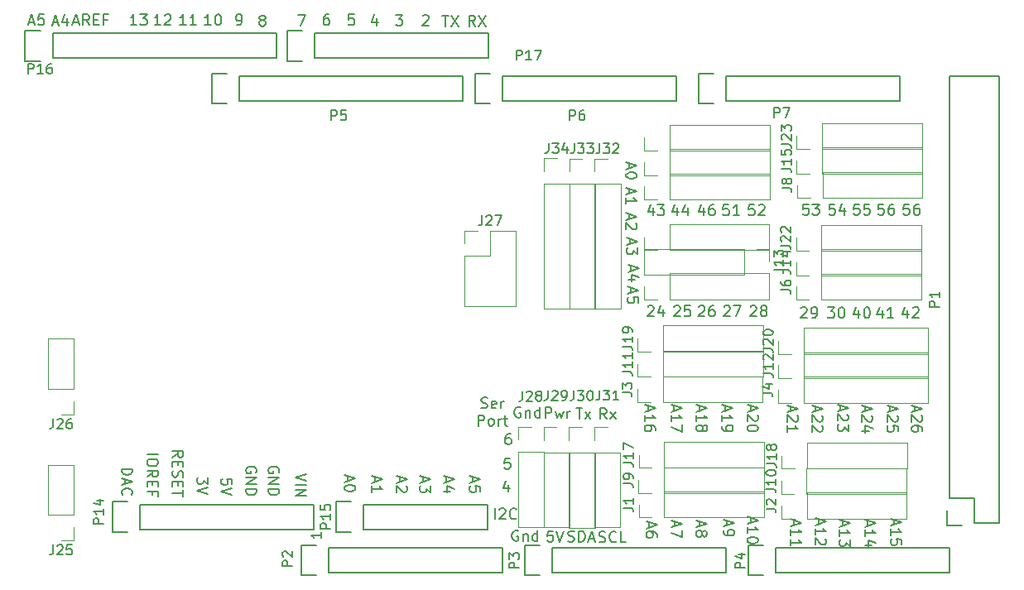
<source format=gbr>
G04 #@! TF.FileFunction,Legend,Top*
%FSLAX46Y46*%
G04 Gerber Fmt 4.6, Leading zero omitted, Abs format (unit mm)*
G04 Created by KiCad (PCBNEW 4.0.6) date 06/23/17 17:57:29*
%MOMM*%
%LPD*%
G01*
G04 APERTURE LIST*
%ADD10C,0.100000*%
%ADD11C,0.150000*%
%ADD12C,0.120000*%
G04 APERTURE END LIST*
D10*
D11*
X163466667Y-91264286D02*
X163466667Y-91788095D01*
X163152381Y-91159524D02*
X164252381Y-91526191D01*
X163152381Y-91892857D01*
X164252381Y-92783333D02*
X164252381Y-92259524D01*
X163728571Y-92207143D01*
X163780952Y-92259524D01*
X163833333Y-92364286D01*
X163833333Y-92626190D01*
X163780952Y-92730952D01*
X163728571Y-92783333D01*
X163623810Y-92835714D01*
X163361905Y-92835714D01*
X163257143Y-92783333D01*
X163204762Y-92730952D01*
X163152381Y-92626190D01*
X163152381Y-92364286D01*
X163204762Y-92259524D01*
X163257143Y-92207143D01*
X163516667Y-89014286D02*
X163516667Y-89538095D01*
X163202381Y-88909524D02*
X164302381Y-89276191D01*
X163202381Y-89642857D01*
X163935714Y-90480952D02*
X163202381Y-90480952D01*
X164354762Y-90219048D02*
X163569048Y-89957143D01*
X163569048Y-90638095D01*
X163366667Y-86264286D02*
X163366667Y-86788095D01*
X163052381Y-86159524D02*
X164152381Y-86526191D01*
X163052381Y-86892857D01*
X164152381Y-87154762D02*
X164152381Y-87835714D01*
X163733333Y-87469048D01*
X163733333Y-87626190D01*
X163680952Y-87730952D01*
X163628571Y-87783333D01*
X163523810Y-87835714D01*
X163261905Y-87835714D01*
X163157143Y-87783333D01*
X163104762Y-87730952D01*
X163052381Y-87626190D01*
X163052381Y-87311905D01*
X163104762Y-87207143D01*
X163157143Y-87154762D01*
X163316667Y-83714286D02*
X163316667Y-84238095D01*
X163002381Y-83609524D02*
X164102381Y-83976191D01*
X163002381Y-84342857D01*
X163997619Y-84657143D02*
X164050000Y-84709524D01*
X164102381Y-84814286D01*
X164102381Y-85076190D01*
X164050000Y-85180952D01*
X163997619Y-85233333D01*
X163892857Y-85285714D01*
X163788095Y-85285714D01*
X163630952Y-85233333D01*
X163002381Y-84604762D01*
X163002381Y-85285714D01*
X163266667Y-81114286D02*
X163266667Y-81638095D01*
X162952381Y-81009524D02*
X164052381Y-81376191D01*
X162952381Y-81742857D01*
X162952381Y-82685714D02*
X162952381Y-82057143D01*
X162952381Y-82371429D02*
X164052381Y-82371429D01*
X163895238Y-82266667D01*
X163790476Y-82161905D01*
X163738095Y-82057143D01*
X163316667Y-78514286D02*
X163316667Y-79038095D01*
X163002381Y-78409524D02*
X164102381Y-78776191D01*
X163002381Y-79142857D01*
X164102381Y-79719048D02*
X164102381Y-79823809D01*
X164050000Y-79928571D01*
X163997619Y-79980952D01*
X163892857Y-80033333D01*
X163683333Y-80085714D01*
X163421429Y-80085714D01*
X163211905Y-80033333D01*
X163107143Y-79980952D01*
X163054762Y-79928571D01*
X163002381Y-79823809D01*
X163002381Y-79719048D01*
X163054762Y-79614286D01*
X163107143Y-79561905D01*
X163211905Y-79509524D01*
X163421429Y-79457143D01*
X163683333Y-79457143D01*
X163892857Y-79509524D01*
X163997619Y-79561905D01*
X164050000Y-79614286D01*
X164102381Y-79719048D01*
X147566667Y-64497619D02*
X147200001Y-63973810D01*
X146938096Y-64497619D02*
X146938096Y-63397619D01*
X147357143Y-63397619D01*
X147461905Y-63450000D01*
X147514286Y-63502381D01*
X147566667Y-63607143D01*
X147566667Y-63764286D01*
X147514286Y-63869048D01*
X147461905Y-63921429D01*
X147357143Y-63973810D01*
X146938096Y-63973810D01*
X147933334Y-63397619D02*
X148666667Y-64497619D01*
X148666667Y-63397619D02*
X147933334Y-64497619D01*
X144211905Y-63397619D02*
X144840476Y-63397619D01*
X144526191Y-64497619D02*
X144526191Y-63397619D01*
X145102381Y-63397619D02*
X145835714Y-64497619D01*
X145835714Y-63397619D02*
X145102381Y-64497619D01*
X142185715Y-63452381D02*
X142238096Y-63400000D01*
X142342858Y-63347619D01*
X142604762Y-63347619D01*
X142709524Y-63400000D01*
X142761905Y-63452381D01*
X142814286Y-63557143D01*
X142814286Y-63661905D01*
X142761905Y-63819048D01*
X142133334Y-64447619D01*
X142814286Y-64447619D01*
X139433334Y-63347619D02*
X140114286Y-63347619D01*
X139747620Y-63766667D01*
X139904762Y-63766667D01*
X140009524Y-63819048D01*
X140061905Y-63871429D01*
X140114286Y-63976190D01*
X140114286Y-64238095D01*
X140061905Y-64342857D01*
X140009524Y-64395238D01*
X139904762Y-64447619D01*
X139590477Y-64447619D01*
X139485715Y-64395238D01*
X139433334Y-64342857D01*
X137459524Y-63714286D02*
X137459524Y-64447619D01*
X137197620Y-63295238D02*
X136935715Y-64080952D01*
X137616667Y-64080952D01*
X135161905Y-63297619D02*
X134638096Y-63297619D01*
X134585715Y-63821429D01*
X134638096Y-63769048D01*
X134742858Y-63716667D01*
X135004762Y-63716667D01*
X135109524Y-63769048D01*
X135161905Y-63821429D01*
X135214286Y-63926190D01*
X135214286Y-64188095D01*
X135161905Y-64292857D01*
X135109524Y-64345238D01*
X135004762Y-64397619D01*
X134742858Y-64397619D01*
X134638096Y-64345238D01*
X134585715Y-64292857D01*
X132559524Y-63297619D02*
X132350001Y-63297619D01*
X132245239Y-63350000D01*
X132192858Y-63402381D01*
X132088096Y-63559524D01*
X132035715Y-63769048D01*
X132035715Y-64188095D01*
X132088096Y-64292857D01*
X132140477Y-64345238D01*
X132245239Y-64397619D01*
X132454762Y-64397619D01*
X132559524Y-64345238D01*
X132611905Y-64292857D01*
X132664286Y-64188095D01*
X132664286Y-63926190D01*
X132611905Y-63821429D01*
X132559524Y-63769048D01*
X132454762Y-63716667D01*
X132245239Y-63716667D01*
X132140477Y-63769048D01*
X132088096Y-63821429D01*
X132035715Y-63926190D01*
X129433334Y-63347619D02*
X130166667Y-63347619D01*
X129695239Y-64447619D01*
X125695239Y-63869048D02*
X125590477Y-63816667D01*
X125538096Y-63764286D01*
X125485715Y-63659524D01*
X125485715Y-63607143D01*
X125538096Y-63502381D01*
X125590477Y-63450000D01*
X125695239Y-63397619D01*
X125904762Y-63397619D01*
X126009524Y-63450000D01*
X126061905Y-63502381D01*
X126114286Y-63607143D01*
X126114286Y-63659524D01*
X126061905Y-63764286D01*
X126009524Y-63816667D01*
X125904762Y-63869048D01*
X125695239Y-63869048D01*
X125590477Y-63921429D01*
X125538096Y-63973810D01*
X125485715Y-64078571D01*
X125485715Y-64288095D01*
X125538096Y-64392857D01*
X125590477Y-64445238D01*
X125695239Y-64497619D01*
X125904762Y-64497619D01*
X126009524Y-64445238D01*
X126061905Y-64392857D01*
X126114286Y-64288095D01*
X126114286Y-64078571D01*
X126061905Y-63973810D01*
X126009524Y-63921429D01*
X125904762Y-63869048D01*
X123190477Y-64397619D02*
X123400001Y-64397619D01*
X123504762Y-64345238D01*
X123557143Y-64292857D01*
X123661905Y-64135714D01*
X123714286Y-63926190D01*
X123714286Y-63507143D01*
X123661905Y-63402381D01*
X123609524Y-63350000D01*
X123504762Y-63297619D01*
X123295239Y-63297619D01*
X123190477Y-63350000D01*
X123138096Y-63402381D01*
X123085715Y-63507143D01*
X123085715Y-63769048D01*
X123138096Y-63873810D01*
X123190477Y-63926190D01*
X123295239Y-63978571D01*
X123504762Y-63978571D01*
X123609524Y-63926190D01*
X123661905Y-63873810D01*
X123714286Y-63769048D01*
X120540476Y-64397619D02*
X119911905Y-64397619D01*
X120226191Y-64397619D02*
X120226191Y-63297619D01*
X120121429Y-63454762D01*
X120016667Y-63559524D01*
X119911905Y-63611905D01*
X121221429Y-63297619D02*
X121326190Y-63297619D01*
X121430952Y-63350000D01*
X121483333Y-63402381D01*
X121535714Y-63507143D01*
X121588095Y-63716667D01*
X121588095Y-63978571D01*
X121535714Y-64188095D01*
X121483333Y-64292857D01*
X121430952Y-64345238D01*
X121326190Y-64397619D01*
X121221429Y-64397619D01*
X121116667Y-64345238D01*
X121064286Y-64292857D01*
X121011905Y-64188095D01*
X120959524Y-63978571D01*
X120959524Y-63716667D01*
X121011905Y-63507143D01*
X121064286Y-63402381D01*
X121116667Y-63350000D01*
X121221429Y-63297619D01*
X117990476Y-64397619D02*
X117361905Y-64397619D01*
X117676191Y-64397619D02*
X117676191Y-63297619D01*
X117571429Y-63454762D01*
X117466667Y-63559524D01*
X117361905Y-63611905D01*
X119038095Y-64397619D02*
X118409524Y-64397619D01*
X118723810Y-64397619D02*
X118723810Y-63297619D01*
X118619048Y-63454762D01*
X118514286Y-63559524D01*
X118409524Y-63611905D01*
X115390476Y-64397619D02*
X114761905Y-64397619D01*
X115076191Y-64397619D02*
X115076191Y-63297619D01*
X114971429Y-63454762D01*
X114866667Y-63559524D01*
X114761905Y-63611905D01*
X115809524Y-63402381D02*
X115861905Y-63350000D01*
X115966667Y-63297619D01*
X116228571Y-63297619D01*
X116333333Y-63350000D01*
X116385714Y-63402381D01*
X116438095Y-63507143D01*
X116438095Y-63611905D01*
X116385714Y-63769048D01*
X115757143Y-64397619D01*
X116438095Y-64397619D01*
X106469048Y-64083333D02*
X106992857Y-64083333D01*
X106364286Y-64397619D02*
X106730953Y-63297619D01*
X107097619Y-64397619D01*
X108092857Y-64397619D02*
X107726191Y-63873810D01*
X107464286Y-64397619D02*
X107464286Y-63297619D01*
X107883333Y-63297619D01*
X107988095Y-63350000D01*
X108040476Y-63402381D01*
X108092857Y-63507143D01*
X108092857Y-63664286D01*
X108040476Y-63769048D01*
X107988095Y-63821429D01*
X107883333Y-63873810D01*
X107464286Y-63873810D01*
X108564286Y-63821429D02*
X108930952Y-63821429D01*
X109088095Y-64397619D02*
X108564286Y-64397619D01*
X108564286Y-63297619D01*
X109088095Y-63297619D01*
X109926190Y-63821429D02*
X109559524Y-63821429D01*
X109559524Y-64397619D02*
X109559524Y-63297619D01*
X110083333Y-63297619D01*
X112940476Y-64397619D02*
X112311905Y-64397619D01*
X112626191Y-64397619D02*
X112626191Y-63297619D01*
X112521429Y-63454762D01*
X112416667Y-63559524D01*
X112311905Y-63611905D01*
X113307143Y-63297619D02*
X113988095Y-63297619D01*
X113621429Y-63716667D01*
X113778571Y-63716667D01*
X113883333Y-63769048D01*
X113935714Y-63821429D01*
X113988095Y-63926190D01*
X113988095Y-64188095D01*
X113935714Y-64292857D01*
X113883333Y-64345238D01*
X113778571Y-64397619D01*
X113464286Y-64397619D01*
X113359524Y-64345238D01*
X113307143Y-64292857D01*
X104364286Y-64133333D02*
X104888095Y-64133333D01*
X104259524Y-64447619D02*
X104626191Y-63347619D01*
X104992857Y-64447619D01*
X105830952Y-63714286D02*
X105830952Y-64447619D01*
X105569048Y-63295238D02*
X105307143Y-64080952D01*
X105988095Y-64080952D01*
X101914286Y-64083333D02*
X102438095Y-64083333D01*
X101809524Y-64397619D02*
X102176191Y-63297619D01*
X102542857Y-64397619D01*
X103433333Y-63297619D02*
X102909524Y-63297619D01*
X102857143Y-63821429D01*
X102909524Y-63769048D01*
X103014286Y-63716667D01*
X103276190Y-63716667D01*
X103380952Y-63769048D01*
X103433333Y-63821429D01*
X103485714Y-63926190D01*
X103485714Y-64188095D01*
X103433333Y-64292857D01*
X103380952Y-64345238D01*
X103276190Y-64397619D01*
X103014286Y-64397619D01*
X102909524Y-64345238D01*
X102857143Y-64292857D01*
X160240477Y-117245238D02*
X160397620Y-117297619D01*
X160659524Y-117297619D01*
X160764286Y-117245238D01*
X160816667Y-117192857D01*
X160869048Y-117088095D01*
X160869048Y-116983333D01*
X160816667Y-116878571D01*
X160764286Y-116826190D01*
X160659524Y-116773810D01*
X160450001Y-116721429D01*
X160345239Y-116669048D01*
X160292858Y-116616667D01*
X160240477Y-116511905D01*
X160240477Y-116407143D01*
X160292858Y-116302381D01*
X160345239Y-116250000D01*
X160450001Y-116197619D01*
X160711905Y-116197619D01*
X160869048Y-116250000D01*
X161969048Y-117192857D02*
X161916667Y-117245238D01*
X161759524Y-117297619D01*
X161654762Y-117297619D01*
X161497620Y-117245238D01*
X161392858Y-117140476D01*
X161340477Y-117035714D01*
X161288096Y-116826190D01*
X161288096Y-116669048D01*
X161340477Y-116459524D01*
X161392858Y-116354762D01*
X161497620Y-116250000D01*
X161654762Y-116197619D01*
X161759524Y-116197619D01*
X161916667Y-116250000D01*
X161969048Y-116302381D01*
X162964286Y-117297619D02*
X162440477Y-117297619D01*
X162440477Y-116197619D01*
X157064286Y-117195238D02*
X157221429Y-117247619D01*
X157483333Y-117247619D01*
X157588095Y-117195238D01*
X157640476Y-117142857D01*
X157692857Y-117038095D01*
X157692857Y-116933333D01*
X157640476Y-116828571D01*
X157588095Y-116776190D01*
X157483333Y-116723810D01*
X157273810Y-116671429D01*
X157169048Y-116619048D01*
X157116667Y-116566667D01*
X157064286Y-116461905D01*
X157064286Y-116357143D01*
X157116667Y-116252381D01*
X157169048Y-116200000D01*
X157273810Y-116147619D01*
X157535714Y-116147619D01*
X157692857Y-116200000D01*
X158164286Y-117247619D02*
X158164286Y-116147619D01*
X158426191Y-116147619D01*
X158583333Y-116200000D01*
X158688095Y-116304762D01*
X158740476Y-116409524D01*
X158792857Y-116619048D01*
X158792857Y-116776190D01*
X158740476Y-116985714D01*
X158688095Y-117090476D01*
X158583333Y-117195238D01*
X158426191Y-117247619D01*
X158164286Y-117247619D01*
X159211905Y-116933333D02*
X159735714Y-116933333D01*
X159107143Y-117247619D02*
X159473810Y-116147619D01*
X159840476Y-117247619D01*
X155490476Y-116147619D02*
X154966667Y-116147619D01*
X154914286Y-116671429D01*
X154966667Y-116619048D01*
X155071429Y-116566667D01*
X155333333Y-116566667D01*
X155438095Y-116619048D01*
X155490476Y-116671429D01*
X155542857Y-116776190D01*
X155542857Y-117038095D01*
X155490476Y-117142857D01*
X155438095Y-117195238D01*
X155333333Y-117247619D01*
X155071429Y-117247619D01*
X154966667Y-117195238D01*
X154914286Y-117142857D01*
X155857143Y-116147619D02*
X156223810Y-117247619D01*
X156590476Y-116147619D01*
X151942857Y-116150000D02*
X151838095Y-116097619D01*
X151680952Y-116097619D01*
X151523810Y-116150000D01*
X151419048Y-116254762D01*
X151366667Y-116359524D01*
X151314286Y-116569048D01*
X151314286Y-116726190D01*
X151366667Y-116935714D01*
X151419048Y-117040476D01*
X151523810Y-117145238D01*
X151680952Y-117197619D01*
X151785714Y-117197619D01*
X151942857Y-117145238D01*
X151995238Y-117092857D01*
X151995238Y-116726190D01*
X151785714Y-116726190D01*
X152466667Y-116464286D02*
X152466667Y-117197619D01*
X152466667Y-116569048D02*
X152519048Y-116516667D01*
X152623810Y-116464286D01*
X152780952Y-116464286D01*
X152885714Y-116516667D01*
X152938095Y-116621429D01*
X152938095Y-117197619D01*
X153933333Y-117197619D02*
X153933333Y-116097619D01*
X153933333Y-117145238D02*
X153828571Y-117197619D01*
X153619048Y-117197619D01*
X153514286Y-117145238D01*
X153461905Y-117092857D01*
X153409524Y-116988095D01*
X153409524Y-116673810D01*
X153461905Y-116569048D01*
X153514286Y-116516667D01*
X153619048Y-116464286D01*
X153828571Y-116464286D01*
X153933333Y-116516667D01*
X148173810Y-103545238D02*
X148330953Y-103597619D01*
X148592857Y-103597619D01*
X148697619Y-103545238D01*
X148750000Y-103492857D01*
X148802381Y-103388095D01*
X148802381Y-103283333D01*
X148750000Y-103178571D01*
X148697619Y-103126190D01*
X148592857Y-103073810D01*
X148383334Y-103021429D01*
X148278572Y-102969048D01*
X148226191Y-102916667D01*
X148173810Y-102811905D01*
X148173810Y-102707143D01*
X148226191Y-102602381D01*
X148278572Y-102550000D01*
X148383334Y-102497619D01*
X148645238Y-102497619D01*
X148802381Y-102550000D01*
X149692857Y-103545238D02*
X149588095Y-103597619D01*
X149378572Y-103597619D01*
X149273810Y-103545238D01*
X149221429Y-103440476D01*
X149221429Y-103021429D01*
X149273810Y-102916667D01*
X149378572Y-102864286D01*
X149588095Y-102864286D01*
X149692857Y-102916667D01*
X149745238Y-103021429D01*
X149745238Y-103126190D01*
X149221429Y-103230952D01*
X150216667Y-103597619D02*
X150216667Y-102864286D01*
X150216667Y-103073810D02*
X150269048Y-102969048D01*
X150321429Y-102916667D01*
X150426191Y-102864286D01*
X150530952Y-102864286D01*
X147859525Y-105397619D02*
X147859525Y-104297619D01*
X148278572Y-104297619D01*
X148383334Y-104350000D01*
X148435715Y-104402381D01*
X148488096Y-104507143D01*
X148488096Y-104664286D01*
X148435715Y-104769048D01*
X148383334Y-104821429D01*
X148278572Y-104873810D01*
X147859525Y-104873810D01*
X149116668Y-105397619D02*
X149011906Y-105345238D01*
X148959525Y-105292857D01*
X148907144Y-105188095D01*
X148907144Y-104873810D01*
X148959525Y-104769048D01*
X149011906Y-104716667D01*
X149116668Y-104664286D01*
X149273810Y-104664286D01*
X149378572Y-104716667D01*
X149430953Y-104769048D01*
X149483334Y-104873810D01*
X149483334Y-105188095D01*
X149430953Y-105292857D01*
X149378572Y-105345238D01*
X149273810Y-105397619D01*
X149116668Y-105397619D01*
X149954763Y-105397619D02*
X149954763Y-104664286D01*
X149954763Y-104873810D02*
X150007144Y-104769048D01*
X150059525Y-104716667D01*
X150164287Y-104664286D01*
X150269048Y-104664286D01*
X150478572Y-104664286D02*
X150897620Y-104664286D01*
X150635715Y-104297619D02*
X150635715Y-105240476D01*
X150688096Y-105345238D01*
X150792858Y-105397619D01*
X150897620Y-105397619D01*
X149576191Y-114947619D02*
X149576191Y-113847619D01*
X150047620Y-113952381D02*
X150100001Y-113900000D01*
X150204763Y-113847619D01*
X150466667Y-113847619D01*
X150571429Y-113900000D01*
X150623810Y-113952381D01*
X150676191Y-114057143D01*
X150676191Y-114161905D01*
X150623810Y-114319048D01*
X149995239Y-114947619D01*
X150676191Y-114947619D01*
X151776191Y-114842857D02*
X151723810Y-114895238D01*
X151566667Y-114947619D01*
X151461905Y-114947619D01*
X151304763Y-114895238D01*
X151200001Y-114790476D01*
X151147620Y-114685714D01*
X151095239Y-114476190D01*
X151095239Y-114319048D01*
X151147620Y-114109524D01*
X151200001Y-114004762D01*
X151304763Y-113900000D01*
X151461905Y-113847619D01*
X151566667Y-113847619D01*
X151723810Y-113900000D01*
X151776191Y-113952381D01*
X150959524Y-111414286D02*
X150959524Y-112147619D01*
X150697620Y-110995238D02*
X150435715Y-111780952D01*
X151116667Y-111780952D01*
X151111905Y-108697619D02*
X150588096Y-108697619D01*
X150535715Y-109221429D01*
X150588096Y-109169048D01*
X150692858Y-109116667D01*
X150954762Y-109116667D01*
X151059524Y-109169048D01*
X151111905Y-109221429D01*
X151164286Y-109326190D01*
X151164286Y-109588095D01*
X151111905Y-109692857D01*
X151059524Y-109745238D01*
X150954762Y-109797619D01*
X150692858Y-109797619D01*
X150588096Y-109745238D01*
X150535715Y-109692857D01*
X151159524Y-106197619D02*
X150950001Y-106197619D01*
X150845239Y-106250000D01*
X150792858Y-106302381D01*
X150688096Y-106459524D01*
X150635715Y-106669048D01*
X150635715Y-107088095D01*
X150688096Y-107192857D01*
X150740477Y-107245238D01*
X150845239Y-107297619D01*
X151054762Y-107297619D01*
X151159524Y-107245238D01*
X151211905Y-107192857D01*
X151264286Y-107088095D01*
X151264286Y-106826190D01*
X151211905Y-106721429D01*
X151159524Y-106669048D01*
X151054762Y-106616667D01*
X150845239Y-106616667D01*
X150740477Y-106669048D01*
X150688096Y-106721429D01*
X150635715Y-106826190D01*
X160995238Y-104697619D02*
X160628572Y-104173810D01*
X160366667Y-104697619D02*
X160366667Y-103597619D01*
X160785714Y-103597619D01*
X160890476Y-103650000D01*
X160942857Y-103702381D01*
X160995238Y-103807143D01*
X160995238Y-103964286D01*
X160942857Y-104069048D01*
X160890476Y-104121429D01*
X160785714Y-104173810D01*
X160366667Y-104173810D01*
X161361905Y-104697619D02*
X161938095Y-103964286D01*
X161361905Y-103964286D02*
X161938095Y-104697619D01*
X157890477Y-103597619D02*
X158519048Y-103597619D01*
X158204763Y-104697619D02*
X158204763Y-103597619D01*
X158780953Y-104697619D02*
X159357143Y-103964286D01*
X158780953Y-103964286D02*
X159357143Y-104697619D01*
X152192857Y-103500000D02*
X152088095Y-103447619D01*
X151930952Y-103447619D01*
X151773810Y-103500000D01*
X151669048Y-103604762D01*
X151616667Y-103709524D01*
X151564286Y-103919048D01*
X151564286Y-104076190D01*
X151616667Y-104285714D01*
X151669048Y-104390476D01*
X151773810Y-104495238D01*
X151930952Y-104547619D01*
X152035714Y-104547619D01*
X152192857Y-104495238D01*
X152245238Y-104442857D01*
X152245238Y-104076190D01*
X152035714Y-104076190D01*
X152716667Y-103814286D02*
X152716667Y-104547619D01*
X152716667Y-103919048D02*
X152769048Y-103866667D01*
X152873810Y-103814286D01*
X153030952Y-103814286D01*
X153135714Y-103866667D01*
X153188095Y-103971429D01*
X153188095Y-104547619D01*
X154183333Y-104547619D02*
X154183333Y-103447619D01*
X154183333Y-104495238D02*
X154078571Y-104547619D01*
X153869048Y-104547619D01*
X153764286Y-104495238D01*
X153711905Y-104442857D01*
X153659524Y-104338095D01*
X153659524Y-104023810D01*
X153711905Y-103919048D01*
X153764286Y-103866667D01*
X153869048Y-103814286D01*
X154078571Y-103814286D01*
X154183333Y-103866667D01*
X154745239Y-104597619D02*
X154745239Y-103497619D01*
X155164286Y-103497619D01*
X155269048Y-103550000D01*
X155321429Y-103602381D01*
X155373810Y-103707143D01*
X155373810Y-103864286D01*
X155321429Y-103969048D01*
X155269048Y-104021429D01*
X155164286Y-104073810D01*
X154745239Y-104073810D01*
X155740477Y-103864286D02*
X155950001Y-104597619D01*
X156159524Y-104073810D01*
X156369048Y-104597619D01*
X156578572Y-103864286D01*
X156997620Y-104597619D02*
X156997620Y-103864286D01*
X156997620Y-104073810D02*
X157050001Y-103969048D01*
X157102382Y-103916667D01*
X157207144Y-103864286D01*
X157311905Y-103864286D01*
X191938095Y-82697619D02*
X191414286Y-82697619D01*
X191361905Y-83221429D01*
X191414286Y-83169048D01*
X191519048Y-83116667D01*
X191780952Y-83116667D01*
X191885714Y-83169048D01*
X191938095Y-83221429D01*
X191990476Y-83326190D01*
X191990476Y-83588095D01*
X191938095Y-83692857D01*
X191885714Y-83745238D01*
X191780952Y-83797619D01*
X191519048Y-83797619D01*
X191414286Y-83745238D01*
X191361905Y-83692857D01*
X192933333Y-82697619D02*
X192723810Y-82697619D01*
X192619048Y-82750000D01*
X192566667Y-82802381D01*
X192461905Y-82959524D01*
X192409524Y-83169048D01*
X192409524Y-83588095D01*
X192461905Y-83692857D01*
X192514286Y-83745238D01*
X192619048Y-83797619D01*
X192828571Y-83797619D01*
X192933333Y-83745238D01*
X192985714Y-83692857D01*
X193038095Y-83588095D01*
X193038095Y-83326190D01*
X192985714Y-83221429D01*
X192933333Y-83169048D01*
X192828571Y-83116667D01*
X192619048Y-83116667D01*
X192514286Y-83169048D01*
X192461905Y-83221429D01*
X192409524Y-83326190D01*
X189338095Y-82697619D02*
X188814286Y-82697619D01*
X188761905Y-83221429D01*
X188814286Y-83169048D01*
X188919048Y-83116667D01*
X189180952Y-83116667D01*
X189285714Y-83169048D01*
X189338095Y-83221429D01*
X189390476Y-83326190D01*
X189390476Y-83588095D01*
X189338095Y-83692857D01*
X189285714Y-83745238D01*
X189180952Y-83797619D01*
X188919048Y-83797619D01*
X188814286Y-83745238D01*
X188761905Y-83692857D01*
X190333333Y-82697619D02*
X190123810Y-82697619D01*
X190019048Y-82750000D01*
X189966667Y-82802381D01*
X189861905Y-82959524D01*
X189809524Y-83169048D01*
X189809524Y-83588095D01*
X189861905Y-83692857D01*
X189914286Y-83745238D01*
X190019048Y-83797619D01*
X190228571Y-83797619D01*
X190333333Y-83745238D01*
X190385714Y-83692857D01*
X190438095Y-83588095D01*
X190438095Y-83326190D01*
X190385714Y-83221429D01*
X190333333Y-83169048D01*
X190228571Y-83116667D01*
X190019048Y-83116667D01*
X189914286Y-83169048D01*
X189861905Y-83221429D01*
X189809524Y-83326190D01*
X186838095Y-82697619D02*
X186314286Y-82697619D01*
X186261905Y-83221429D01*
X186314286Y-83169048D01*
X186419048Y-83116667D01*
X186680952Y-83116667D01*
X186785714Y-83169048D01*
X186838095Y-83221429D01*
X186890476Y-83326190D01*
X186890476Y-83588095D01*
X186838095Y-83692857D01*
X186785714Y-83745238D01*
X186680952Y-83797619D01*
X186419048Y-83797619D01*
X186314286Y-83745238D01*
X186261905Y-83692857D01*
X187885714Y-82697619D02*
X187361905Y-82697619D01*
X187309524Y-83221429D01*
X187361905Y-83169048D01*
X187466667Y-83116667D01*
X187728571Y-83116667D01*
X187833333Y-83169048D01*
X187885714Y-83221429D01*
X187938095Y-83326190D01*
X187938095Y-83588095D01*
X187885714Y-83692857D01*
X187833333Y-83745238D01*
X187728571Y-83797619D01*
X187466667Y-83797619D01*
X187361905Y-83745238D01*
X187309524Y-83692857D01*
X184338095Y-82697619D02*
X183814286Y-82697619D01*
X183761905Y-83221429D01*
X183814286Y-83169048D01*
X183919048Y-83116667D01*
X184180952Y-83116667D01*
X184285714Y-83169048D01*
X184338095Y-83221429D01*
X184390476Y-83326190D01*
X184390476Y-83588095D01*
X184338095Y-83692857D01*
X184285714Y-83745238D01*
X184180952Y-83797619D01*
X183919048Y-83797619D01*
X183814286Y-83745238D01*
X183761905Y-83692857D01*
X185333333Y-83064286D02*
X185333333Y-83797619D01*
X185071429Y-82645238D02*
X184809524Y-83430952D01*
X185490476Y-83430952D01*
X181638095Y-82697619D02*
X181114286Y-82697619D01*
X181061905Y-83221429D01*
X181114286Y-83169048D01*
X181219048Y-83116667D01*
X181480952Y-83116667D01*
X181585714Y-83169048D01*
X181638095Y-83221429D01*
X181690476Y-83326190D01*
X181690476Y-83588095D01*
X181638095Y-83692857D01*
X181585714Y-83745238D01*
X181480952Y-83797619D01*
X181219048Y-83797619D01*
X181114286Y-83745238D01*
X181061905Y-83692857D01*
X182057143Y-82697619D02*
X182738095Y-82697619D01*
X182371429Y-83116667D01*
X182528571Y-83116667D01*
X182633333Y-83169048D01*
X182685714Y-83221429D01*
X182738095Y-83326190D01*
X182738095Y-83588095D01*
X182685714Y-83692857D01*
X182633333Y-83745238D01*
X182528571Y-83797619D01*
X182214286Y-83797619D01*
X182109524Y-83745238D01*
X182057143Y-83692857D01*
X176088095Y-82747619D02*
X175564286Y-82747619D01*
X175511905Y-83271429D01*
X175564286Y-83219048D01*
X175669048Y-83166667D01*
X175930952Y-83166667D01*
X176035714Y-83219048D01*
X176088095Y-83271429D01*
X176140476Y-83376190D01*
X176140476Y-83638095D01*
X176088095Y-83742857D01*
X176035714Y-83795238D01*
X175930952Y-83847619D01*
X175669048Y-83847619D01*
X175564286Y-83795238D01*
X175511905Y-83742857D01*
X176559524Y-82852381D02*
X176611905Y-82800000D01*
X176716667Y-82747619D01*
X176978571Y-82747619D01*
X177083333Y-82800000D01*
X177135714Y-82852381D01*
X177188095Y-82957143D01*
X177188095Y-83061905D01*
X177135714Y-83219048D01*
X176507143Y-83847619D01*
X177188095Y-83847619D01*
X173488095Y-82747619D02*
X172964286Y-82747619D01*
X172911905Y-83271429D01*
X172964286Y-83219048D01*
X173069048Y-83166667D01*
X173330952Y-83166667D01*
X173435714Y-83219048D01*
X173488095Y-83271429D01*
X173540476Y-83376190D01*
X173540476Y-83638095D01*
X173488095Y-83742857D01*
X173435714Y-83795238D01*
X173330952Y-83847619D01*
X173069048Y-83847619D01*
X172964286Y-83795238D01*
X172911905Y-83742857D01*
X174588095Y-83847619D02*
X173959524Y-83847619D01*
X174273810Y-83847619D02*
X174273810Y-82747619D01*
X174169048Y-82904762D01*
X174064286Y-83009524D01*
X173959524Y-83061905D01*
X170935714Y-83114286D02*
X170935714Y-83847619D01*
X170673810Y-82695238D02*
X170411905Y-83480952D01*
X171092857Y-83480952D01*
X171983333Y-82747619D02*
X171773810Y-82747619D01*
X171669048Y-82800000D01*
X171616667Y-82852381D01*
X171511905Y-83009524D01*
X171459524Y-83219048D01*
X171459524Y-83638095D01*
X171511905Y-83742857D01*
X171564286Y-83795238D01*
X171669048Y-83847619D01*
X171878571Y-83847619D01*
X171983333Y-83795238D01*
X172035714Y-83742857D01*
X172088095Y-83638095D01*
X172088095Y-83376190D01*
X172035714Y-83271429D01*
X171983333Y-83219048D01*
X171878571Y-83166667D01*
X171669048Y-83166667D01*
X171564286Y-83219048D01*
X171511905Y-83271429D01*
X171459524Y-83376190D01*
X168235714Y-83114286D02*
X168235714Y-83847619D01*
X167973810Y-82695238D02*
X167711905Y-83480952D01*
X168392857Y-83480952D01*
X169283333Y-83114286D02*
X169283333Y-83847619D01*
X169021429Y-82695238D02*
X168759524Y-83480952D01*
X169440476Y-83480952D01*
X165735714Y-83114286D02*
X165735714Y-83847619D01*
X165473810Y-82695238D02*
X165211905Y-83480952D01*
X165892857Y-83480952D01*
X166207143Y-82747619D02*
X166888095Y-82747619D01*
X166521429Y-83166667D01*
X166678571Y-83166667D01*
X166783333Y-83219048D01*
X166835714Y-83271429D01*
X166888095Y-83376190D01*
X166888095Y-83638095D01*
X166835714Y-83742857D01*
X166783333Y-83795238D01*
X166678571Y-83847619D01*
X166364286Y-83847619D01*
X166259524Y-83795238D01*
X166207143Y-83742857D01*
X191785714Y-93614286D02*
X191785714Y-94347619D01*
X191523810Y-93195238D02*
X191261905Y-93980952D01*
X191942857Y-93980952D01*
X192309524Y-93352381D02*
X192361905Y-93300000D01*
X192466667Y-93247619D01*
X192728571Y-93247619D01*
X192833333Y-93300000D01*
X192885714Y-93352381D01*
X192938095Y-93457143D01*
X192938095Y-93561905D01*
X192885714Y-93719048D01*
X192257143Y-94347619D01*
X192938095Y-94347619D01*
X189185714Y-93614286D02*
X189185714Y-94347619D01*
X188923810Y-93195238D02*
X188661905Y-93980952D01*
X189342857Y-93980952D01*
X190338095Y-94347619D02*
X189709524Y-94347619D01*
X190023810Y-94347619D02*
X190023810Y-93247619D01*
X189919048Y-93404762D01*
X189814286Y-93509524D01*
X189709524Y-93561905D01*
X186785714Y-93614286D02*
X186785714Y-94347619D01*
X186523810Y-93195238D02*
X186261905Y-93980952D01*
X186942857Y-93980952D01*
X187571429Y-93247619D02*
X187676190Y-93247619D01*
X187780952Y-93300000D01*
X187833333Y-93352381D01*
X187885714Y-93457143D01*
X187938095Y-93666667D01*
X187938095Y-93928571D01*
X187885714Y-94138095D01*
X187833333Y-94242857D01*
X187780952Y-94295238D01*
X187676190Y-94347619D01*
X187571429Y-94347619D01*
X187466667Y-94295238D01*
X187414286Y-94242857D01*
X187361905Y-94138095D01*
X187309524Y-93928571D01*
X187309524Y-93666667D01*
X187361905Y-93457143D01*
X187414286Y-93352381D01*
X187466667Y-93300000D01*
X187571429Y-93247619D01*
X183609524Y-93247619D02*
X184290476Y-93247619D01*
X183923810Y-93666667D01*
X184080952Y-93666667D01*
X184185714Y-93719048D01*
X184238095Y-93771429D01*
X184290476Y-93876190D01*
X184290476Y-94138095D01*
X184238095Y-94242857D01*
X184185714Y-94295238D01*
X184080952Y-94347619D01*
X183766667Y-94347619D01*
X183661905Y-94295238D01*
X183609524Y-94242857D01*
X184971429Y-93247619D02*
X185076190Y-93247619D01*
X185180952Y-93300000D01*
X185233333Y-93352381D01*
X185285714Y-93457143D01*
X185338095Y-93666667D01*
X185338095Y-93928571D01*
X185285714Y-94138095D01*
X185233333Y-94242857D01*
X185180952Y-94295238D01*
X185076190Y-94347619D01*
X184971429Y-94347619D01*
X184866667Y-94295238D01*
X184814286Y-94242857D01*
X184761905Y-94138095D01*
X184709524Y-93928571D01*
X184709524Y-93666667D01*
X184761905Y-93457143D01*
X184814286Y-93352381D01*
X184866667Y-93300000D01*
X184971429Y-93247619D01*
X180861905Y-93352381D02*
X180914286Y-93300000D01*
X181019048Y-93247619D01*
X181280952Y-93247619D01*
X181385714Y-93300000D01*
X181438095Y-93352381D01*
X181490476Y-93457143D01*
X181490476Y-93561905D01*
X181438095Y-93719048D01*
X180809524Y-94347619D01*
X181490476Y-94347619D01*
X182014286Y-94347619D02*
X182223810Y-94347619D01*
X182328571Y-94295238D01*
X182380952Y-94242857D01*
X182485714Y-94085714D01*
X182538095Y-93876190D01*
X182538095Y-93457143D01*
X182485714Y-93352381D01*
X182433333Y-93300000D01*
X182328571Y-93247619D01*
X182119048Y-93247619D01*
X182014286Y-93300000D01*
X181961905Y-93352381D01*
X181909524Y-93457143D01*
X181909524Y-93719048D01*
X181961905Y-93823810D01*
X182014286Y-93876190D01*
X182119048Y-93928571D01*
X182328571Y-93928571D01*
X182433333Y-93876190D01*
X182485714Y-93823810D01*
X182538095Y-93719048D01*
X175711905Y-93202381D02*
X175764286Y-93150000D01*
X175869048Y-93097619D01*
X176130952Y-93097619D01*
X176235714Y-93150000D01*
X176288095Y-93202381D01*
X176340476Y-93307143D01*
X176340476Y-93411905D01*
X176288095Y-93569048D01*
X175659524Y-94197619D01*
X176340476Y-94197619D01*
X176969048Y-93569048D02*
X176864286Y-93516667D01*
X176811905Y-93464286D01*
X176759524Y-93359524D01*
X176759524Y-93307143D01*
X176811905Y-93202381D01*
X176864286Y-93150000D01*
X176969048Y-93097619D01*
X177178571Y-93097619D01*
X177283333Y-93150000D01*
X177335714Y-93202381D01*
X177388095Y-93307143D01*
X177388095Y-93359524D01*
X177335714Y-93464286D01*
X177283333Y-93516667D01*
X177178571Y-93569048D01*
X176969048Y-93569048D01*
X176864286Y-93621429D01*
X176811905Y-93673810D01*
X176759524Y-93778571D01*
X176759524Y-93988095D01*
X176811905Y-94092857D01*
X176864286Y-94145238D01*
X176969048Y-94197619D01*
X177178571Y-94197619D01*
X177283333Y-94145238D01*
X177335714Y-94092857D01*
X177388095Y-93988095D01*
X177388095Y-93778571D01*
X177335714Y-93673810D01*
X177283333Y-93621429D01*
X177178571Y-93569048D01*
X173011905Y-93202381D02*
X173064286Y-93150000D01*
X173169048Y-93097619D01*
X173430952Y-93097619D01*
X173535714Y-93150000D01*
X173588095Y-93202381D01*
X173640476Y-93307143D01*
X173640476Y-93411905D01*
X173588095Y-93569048D01*
X172959524Y-94197619D01*
X173640476Y-94197619D01*
X174007143Y-93097619D02*
X174740476Y-93097619D01*
X174269048Y-94197619D01*
X170411905Y-93202381D02*
X170464286Y-93150000D01*
X170569048Y-93097619D01*
X170830952Y-93097619D01*
X170935714Y-93150000D01*
X170988095Y-93202381D01*
X171040476Y-93307143D01*
X171040476Y-93411905D01*
X170988095Y-93569048D01*
X170359524Y-94197619D01*
X171040476Y-94197619D01*
X171983333Y-93097619D02*
X171773810Y-93097619D01*
X171669048Y-93150000D01*
X171616667Y-93202381D01*
X171511905Y-93359524D01*
X171459524Y-93569048D01*
X171459524Y-93988095D01*
X171511905Y-94092857D01*
X171564286Y-94145238D01*
X171669048Y-94197619D01*
X171878571Y-94197619D01*
X171983333Y-94145238D01*
X172035714Y-94092857D01*
X172088095Y-93988095D01*
X172088095Y-93726190D01*
X172035714Y-93621429D01*
X171983333Y-93569048D01*
X171878571Y-93516667D01*
X171669048Y-93516667D01*
X171564286Y-93569048D01*
X171511905Y-93621429D01*
X171459524Y-93726190D01*
X167911905Y-93202381D02*
X167964286Y-93150000D01*
X168069048Y-93097619D01*
X168330952Y-93097619D01*
X168435714Y-93150000D01*
X168488095Y-93202381D01*
X168540476Y-93307143D01*
X168540476Y-93411905D01*
X168488095Y-93569048D01*
X167859524Y-94197619D01*
X168540476Y-94197619D01*
X169535714Y-93097619D02*
X169011905Y-93097619D01*
X168959524Y-93621429D01*
X169011905Y-93569048D01*
X169116667Y-93516667D01*
X169378571Y-93516667D01*
X169483333Y-93569048D01*
X169535714Y-93621429D01*
X169588095Y-93726190D01*
X169588095Y-93988095D01*
X169535714Y-94092857D01*
X169483333Y-94145238D01*
X169378571Y-94197619D01*
X169116667Y-94197619D01*
X169011905Y-94145238D01*
X168959524Y-94092857D01*
X165211905Y-93202381D02*
X165264286Y-93150000D01*
X165369048Y-93097619D01*
X165630952Y-93097619D01*
X165735714Y-93150000D01*
X165788095Y-93202381D01*
X165840476Y-93307143D01*
X165840476Y-93411905D01*
X165788095Y-93569048D01*
X165159524Y-94197619D01*
X165840476Y-94197619D01*
X166783333Y-93464286D02*
X166783333Y-94197619D01*
X166521429Y-93045238D02*
X166259524Y-93830952D01*
X166940476Y-93830952D01*
X187416667Y-103390477D02*
X187416667Y-103914286D01*
X187102381Y-103285715D02*
X188202381Y-103652382D01*
X187102381Y-104019048D01*
X188097619Y-104333334D02*
X188150000Y-104385715D01*
X188202381Y-104490477D01*
X188202381Y-104752381D01*
X188150000Y-104857143D01*
X188097619Y-104909524D01*
X187992857Y-104961905D01*
X187888095Y-104961905D01*
X187730952Y-104909524D01*
X187102381Y-104280953D01*
X187102381Y-104961905D01*
X187835714Y-105904762D02*
X187102381Y-105904762D01*
X188254762Y-105642858D02*
X187469048Y-105380953D01*
X187469048Y-106061905D01*
X192516667Y-103390477D02*
X192516667Y-103914286D01*
X192202381Y-103285715D02*
X193302381Y-103652382D01*
X192202381Y-104019048D01*
X193197619Y-104333334D02*
X193250000Y-104385715D01*
X193302381Y-104490477D01*
X193302381Y-104752381D01*
X193250000Y-104857143D01*
X193197619Y-104909524D01*
X193092857Y-104961905D01*
X192988095Y-104961905D01*
X192830952Y-104909524D01*
X192202381Y-104280953D01*
X192202381Y-104961905D01*
X193302381Y-105904762D02*
X193302381Y-105695239D01*
X193250000Y-105590477D01*
X193197619Y-105538096D01*
X193040476Y-105433334D01*
X192830952Y-105380953D01*
X192411905Y-105380953D01*
X192307143Y-105433334D01*
X192254762Y-105485715D01*
X192202381Y-105590477D01*
X192202381Y-105800000D01*
X192254762Y-105904762D01*
X192307143Y-105957143D01*
X192411905Y-106009524D01*
X192673810Y-106009524D01*
X192778571Y-105957143D01*
X192830952Y-105904762D01*
X192883333Y-105800000D01*
X192883333Y-105590477D01*
X192830952Y-105485715D01*
X192778571Y-105433334D01*
X192673810Y-105380953D01*
X190016667Y-103390477D02*
X190016667Y-103914286D01*
X189702381Y-103285715D02*
X190802381Y-103652382D01*
X189702381Y-104019048D01*
X190697619Y-104333334D02*
X190750000Y-104385715D01*
X190802381Y-104490477D01*
X190802381Y-104752381D01*
X190750000Y-104857143D01*
X190697619Y-104909524D01*
X190592857Y-104961905D01*
X190488095Y-104961905D01*
X190330952Y-104909524D01*
X189702381Y-104280953D01*
X189702381Y-104961905D01*
X190802381Y-105957143D02*
X190802381Y-105433334D01*
X190278571Y-105380953D01*
X190330952Y-105433334D01*
X190383333Y-105538096D01*
X190383333Y-105800000D01*
X190330952Y-105904762D01*
X190278571Y-105957143D01*
X190173810Y-106009524D01*
X189911905Y-106009524D01*
X189807143Y-105957143D01*
X189754762Y-105904762D01*
X189702381Y-105800000D01*
X189702381Y-105538096D01*
X189754762Y-105433334D01*
X189807143Y-105380953D01*
X184916667Y-103290477D02*
X184916667Y-103814286D01*
X184602381Y-103185715D02*
X185702381Y-103552382D01*
X184602381Y-103919048D01*
X185597619Y-104233334D02*
X185650000Y-104285715D01*
X185702381Y-104390477D01*
X185702381Y-104652381D01*
X185650000Y-104757143D01*
X185597619Y-104809524D01*
X185492857Y-104861905D01*
X185388095Y-104861905D01*
X185230952Y-104809524D01*
X184602381Y-104180953D01*
X184602381Y-104861905D01*
X185702381Y-105228572D02*
X185702381Y-105909524D01*
X185283333Y-105542858D01*
X185283333Y-105700000D01*
X185230952Y-105804762D01*
X185178571Y-105857143D01*
X185073810Y-105909524D01*
X184811905Y-105909524D01*
X184707143Y-105857143D01*
X184654762Y-105804762D01*
X184602381Y-105700000D01*
X184602381Y-105385715D01*
X184654762Y-105280953D01*
X184707143Y-105228572D01*
X182316667Y-103390477D02*
X182316667Y-103914286D01*
X182002381Y-103285715D02*
X183102381Y-103652382D01*
X182002381Y-104019048D01*
X182997619Y-104333334D02*
X183050000Y-104385715D01*
X183102381Y-104490477D01*
X183102381Y-104752381D01*
X183050000Y-104857143D01*
X182997619Y-104909524D01*
X182892857Y-104961905D01*
X182788095Y-104961905D01*
X182630952Y-104909524D01*
X182002381Y-104280953D01*
X182002381Y-104961905D01*
X182997619Y-105380953D02*
X183050000Y-105433334D01*
X183102381Y-105538096D01*
X183102381Y-105800000D01*
X183050000Y-105904762D01*
X182997619Y-105957143D01*
X182892857Y-106009524D01*
X182788095Y-106009524D01*
X182630952Y-105957143D01*
X182002381Y-105328572D01*
X182002381Y-106009524D01*
X179816667Y-103390477D02*
X179816667Y-103914286D01*
X179502381Y-103285715D02*
X180602381Y-103652382D01*
X179502381Y-104019048D01*
X180497619Y-104333334D02*
X180550000Y-104385715D01*
X180602381Y-104490477D01*
X180602381Y-104752381D01*
X180550000Y-104857143D01*
X180497619Y-104909524D01*
X180392857Y-104961905D01*
X180288095Y-104961905D01*
X180130952Y-104909524D01*
X179502381Y-104280953D01*
X179502381Y-104961905D01*
X179502381Y-106009524D02*
X179502381Y-105380953D01*
X179502381Y-105695239D02*
X180602381Y-105695239D01*
X180445238Y-105590477D01*
X180340476Y-105485715D01*
X180288095Y-105380953D01*
X175716667Y-103340477D02*
X175716667Y-103864286D01*
X175402381Y-103235715D02*
X176502381Y-103602382D01*
X175402381Y-103969048D01*
X176397619Y-104283334D02*
X176450000Y-104335715D01*
X176502381Y-104440477D01*
X176502381Y-104702381D01*
X176450000Y-104807143D01*
X176397619Y-104859524D01*
X176292857Y-104911905D01*
X176188095Y-104911905D01*
X176030952Y-104859524D01*
X175402381Y-104230953D01*
X175402381Y-104911905D01*
X176502381Y-105592858D02*
X176502381Y-105697619D01*
X176450000Y-105802381D01*
X176397619Y-105854762D01*
X176292857Y-105907143D01*
X176083333Y-105959524D01*
X175821429Y-105959524D01*
X175611905Y-105907143D01*
X175507143Y-105854762D01*
X175454762Y-105802381D01*
X175402381Y-105697619D01*
X175402381Y-105592858D01*
X175454762Y-105488096D01*
X175507143Y-105435715D01*
X175611905Y-105383334D01*
X175821429Y-105330953D01*
X176083333Y-105330953D01*
X176292857Y-105383334D01*
X176397619Y-105435715D01*
X176450000Y-105488096D01*
X176502381Y-105592858D01*
X173116667Y-103340477D02*
X173116667Y-103864286D01*
X172802381Y-103235715D02*
X173902381Y-103602382D01*
X172802381Y-103969048D01*
X172802381Y-104911905D02*
X172802381Y-104283334D01*
X172802381Y-104597620D02*
X173902381Y-104597620D01*
X173745238Y-104492858D01*
X173640476Y-104388096D01*
X173588095Y-104283334D01*
X172802381Y-105435715D02*
X172802381Y-105645239D01*
X172854762Y-105750000D01*
X172907143Y-105802381D01*
X173064286Y-105907143D01*
X173273810Y-105959524D01*
X173692857Y-105959524D01*
X173797619Y-105907143D01*
X173850000Y-105854762D01*
X173902381Y-105750000D01*
X173902381Y-105540477D01*
X173850000Y-105435715D01*
X173797619Y-105383334D01*
X173692857Y-105330953D01*
X173430952Y-105330953D01*
X173326190Y-105383334D01*
X173273810Y-105435715D01*
X173221429Y-105540477D01*
X173221429Y-105750000D01*
X173273810Y-105854762D01*
X173326190Y-105907143D01*
X173430952Y-105959524D01*
X170516667Y-103340477D02*
X170516667Y-103864286D01*
X170202381Y-103235715D02*
X171302381Y-103602382D01*
X170202381Y-103969048D01*
X170202381Y-104911905D02*
X170202381Y-104283334D01*
X170202381Y-104597620D02*
X171302381Y-104597620D01*
X171145238Y-104492858D01*
X171040476Y-104388096D01*
X170988095Y-104283334D01*
X170830952Y-105540477D02*
X170883333Y-105435715D01*
X170935714Y-105383334D01*
X171040476Y-105330953D01*
X171092857Y-105330953D01*
X171197619Y-105383334D01*
X171250000Y-105435715D01*
X171302381Y-105540477D01*
X171302381Y-105750000D01*
X171250000Y-105854762D01*
X171197619Y-105907143D01*
X171092857Y-105959524D01*
X171040476Y-105959524D01*
X170935714Y-105907143D01*
X170883333Y-105854762D01*
X170830952Y-105750000D01*
X170830952Y-105540477D01*
X170778571Y-105435715D01*
X170726190Y-105383334D01*
X170621429Y-105330953D01*
X170411905Y-105330953D01*
X170307143Y-105383334D01*
X170254762Y-105435715D01*
X170202381Y-105540477D01*
X170202381Y-105750000D01*
X170254762Y-105854762D01*
X170307143Y-105907143D01*
X170411905Y-105959524D01*
X170621429Y-105959524D01*
X170726190Y-105907143D01*
X170778571Y-105854762D01*
X170830952Y-105750000D01*
X167916667Y-103340477D02*
X167916667Y-103864286D01*
X167602381Y-103235715D02*
X168702381Y-103602382D01*
X167602381Y-103969048D01*
X167602381Y-104911905D02*
X167602381Y-104283334D01*
X167602381Y-104597620D02*
X168702381Y-104597620D01*
X168545238Y-104492858D01*
X168440476Y-104388096D01*
X168388095Y-104283334D01*
X168702381Y-105278572D02*
X168702381Y-106011905D01*
X167602381Y-105540477D01*
X165216667Y-103340477D02*
X165216667Y-103864286D01*
X164902381Y-103235715D02*
X166002381Y-103602382D01*
X164902381Y-103969048D01*
X164902381Y-104911905D02*
X164902381Y-104283334D01*
X164902381Y-104597620D02*
X166002381Y-104597620D01*
X165845238Y-104492858D01*
X165740476Y-104388096D01*
X165688095Y-104283334D01*
X166002381Y-105854762D02*
X166002381Y-105645239D01*
X165950000Y-105540477D01*
X165897619Y-105488096D01*
X165740476Y-105383334D01*
X165530952Y-105330953D01*
X165111905Y-105330953D01*
X165007143Y-105383334D01*
X164954762Y-105435715D01*
X164902381Y-105540477D01*
X164902381Y-105750000D01*
X164954762Y-105854762D01*
X165007143Y-105907143D01*
X165111905Y-105959524D01*
X165373810Y-105959524D01*
X165478571Y-105907143D01*
X165530952Y-105854762D01*
X165583333Y-105750000D01*
X165583333Y-105540477D01*
X165530952Y-105435715D01*
X165478571Y-105383334D01*
X165373810Y-105330953D01*
X190366667Y-114990477D02*
X190366667Y-115514286D01*
X190052381Y-114885715D02*
X191152381Y-115252382D01*
X190052381Y-115619048D01*
X190052381Y-116561905D02*
X190052381Y-115933334D01*
X190052381Y-116247620D02*
X191152381Y-116247620D01*
X190995238Y-116142858D01*
X190890476Y-116038096D01*
X190838095Y-115933334D01*
X191152381Y-117557143D02*
X191152381Y-117033334D01*
X190628571Y-116980953D01*
X190680952Y-117033334D01*
X190733333Y-117138096D01*
X190733333Y-117400000D01*
X190680952Y-117504762D01*
X190628571Y-117557143D01*
X190523810Y-117609524D01*
X190261905Y-117609524D01*
X190157143Y-117557143D01*
X190104762Y-117504762D01*
X190052381Y-117400000D01*
X190052381Y-117138096D01*
X190104762Y-117033334D01*
X190157143Y-116980953D01*
X187716667Y-115090477D02*
X187716667Y-115614286D01*
X187402381Y-114985715D02*
X188502381Y-115352382D01*
X187402381Y-115719048D01*
X187402381Y-116661905D02*
X187402381Y-116033334D01*
X187402381Y-116347620D02*
X188502381Y-116347620D01*
X188345238Y-116242858D01*
X188240476Y-116138096D01*
X188188095Y-116033334D01*
X188135714Y-117604762D02*
X187402381Y-117604762D01*
X188554762Y-117342858D02*
X187769048Y-117080953D01*
X187769048Y-117761905D01*
X185116667Y-115090477D02*
X185116667Y-115614286D01*
X184802381Y-114985715D02*
X185902381Y-115352382D01*
X184802381Y-115719048D01*
X184802381Y-116661905D02*
X184802381Y-116033334D01*
X184802381Y-116347620D02*
X185902381Y-116347620D01*
X185745238Y-116242858D01*
X185640476Y-116138096D01*
X185588095Y-116033334D01*
X185902381Y-117028572D02*
X185902381Y-117709524D01*
X185483333Y-117342858D01*
X185483333Y-117500000D01*
X185430952Y-117604762D01*
X185378571Y-117657143D01*
X185273810Y-117709524D01*
X185011905Y-117709524D01*
X184907143Y-117657143D01*
X184854762Y-117604762D01*
X184802381Y-117500000D01*
X184802381Y-117185715D01*
X184854762Y-117080953D01*
X184907143Y-117028572D01*
X182666667Y-114940477D02*
X182666667Y-115464286D01*
X182352381Y-114835715D02*
X183452381Y-115202382D01*
X182352381Y-115569048D01*
X182352381Y-116511905D02*
X182352381Y-115883334D01*
X182352381Y-116197620D02*
X183452381Y-116197620D01*
X183295238Y-116092858D01*
X183190476Y-115988096D01*
X183138095Y-115883334D01*
X183347619Y-116930953D02*
X183400000Y-116983334D01*
X183452381Y-117088096D01*
X183452381Y-117350000D01*
X183400000Y-117454762D01*
X183347619Y-117507143D01*
X183242857Y-117559524D01*
X183138095Y-117559524D01*
X182980952Y-117507143D01*
X182352381Y-116878572D01*
X182352381Y-117559524D01*
X180166667Y-115040477D02*
X180166667Y-115564286D01*
X179852381Y-114935715D02*
X180952381Y-115302382D01*
X179852381Y-115669048D01*
X179852381Y-116611905D02*
X179852381Y-115983334D01*
X179852381Y-116297620D02*
X180952381Y-116297620D01*
X180795238Y-116192858D01*
X180690476Y-116088096D01*
X180638095Y-115983334D01*
X179852381Y-117659524D02*
X179852381Y-117030953D01*
X179852381Y-117345239D02*
X180952381Y-117345239D01*
X180795238Y-117240477D01*
X180690476Y-117135715D01*
X180638095Y-117030953D01*
X175716667Y-114790477D02*
X175716667Y-115314286D01*
X175402381Y-114685715D02*
X176502381Y-115052382D01*
X175402381Y-115419048D01*
X175402381Y-116361905D02*
X175402381Y-115733334D01*
X175402381Y-116047620D02*
X176502381Y-116047620D01*
X176345238Y-115942858D01*
X176240476Y-115838096D01*
X176188095Y-115733334D01*
X176502381Y-117042858D02*
X176502381Y-117147619D01*
X176450000Y-117252381D01*
X176397619Y-117304762D01*
X176292857Y-117357143D01*
X176083333Y-117409524D01*
X175821429Y-117409524D01*
X175611905Y-117357143D01*
X175507143Y-117304762D01*
X175454762Y-117252381D01*
X175402381Y-117147619D01*
X175402381Y-117042858D01*
X175454762Y-116938096D01*
X175507143Y-116885715D01*
X175611905Y-116833334D01*
X175821429Y-116780953D01*
X176083333Y-116780953D01*
X176292857Y-116833334D01*
X176397619Y-116885715D01*
X176450000Y-116938096D01*
X176502381Y-117042858D01*
X173266667Y-115064286D02*
X173266667Y-115588095D01*
X172952381Y-114959524D02*
X174052381Y-115326191D01*
X172952381Y-115692857D01*
X172952381Y-116111905D02*
X172952381Y-116321429D01*
X173004762Y-116426190D01*
X173057143Y-116478571D01*
X173214286Y-116583333D01*
X173423810Y-116635714D01*
X173842857Y-116635714D01*
X173947619Y-116583333D01*
X174000000Y-116530952D01*
X174052381Y-116426190D01*
X174052381Y-116216667D01*
X174000000Y-116111905D01*
X173947619Y-116059524D01*
X173842857Y-116007143D01*
X173580952Y-116007143D01*
X173476190Y-116059524D01*
X173423810Y-116111905D01*
X173371429Y-116216667D01*
X173371429Y-116426190D01*
X173423810Y-116530952D01*
X173476190Y-116583333D01*
X173580952Y-116635714D01*
X170466667Y-115164286D02*
X170466667Y-115688095D01*
X170152381Y-115059524D02*
X171252381Y-115426191D01*
X170152381Y-115792857D01*
X170780952Y-116316667D02*
X170833333Y-116211905D01*
X170885714Y-116159524D01*
X170990476Y-116107143D01*
X171042857Y-116107143D01*
X171147619Y-116159524D01*
X171200000Y-116211905D01*
X171252381Y-116316667D01*
X171252381Y-116526190D01*
X171200000Y-116630952D01*
X171147619Y-116683333D01*
X171042857Y-116735714D01*
X170990476Y-116735714D01*
X170885714Y-116683333D01*
X170833333Y-116630952D01*
X170780952Y-116526190D01*
X170780952Y-116316667D01*
X170728571Y-116211905D01*
X170676190Y-116159524D01*
X170571429Y-116107143D01*
X170361905Y-116107143D01*
X170257143Y-116159524D01*
X170204762Y-116211905D01*
X170152381Y-116316667D01*
X170152381Y-116526190D01*
X170204762Y-116630952D01*
X170257143Y-116683333D01*
X170361905Y-116735714D01*
X170571429Y-116735714D01*
X170676190Y-116683333D01*
X170728571Y-116630952D01*
X170780952Y-116526190D01*
X167966667Y-115164286D02*
X167966667Y-115688095D01*
X167652381Y-115059524D02*
X168752381Y-115426191D01*
X167652381Y-115792857D01*
X168752381Y-116054762D02*
X168752381Y-116788095D01*
X167652381Y-116316667D01*
X165366667Y-115264286D02*
X165366667Y-115788095D01*
X165052381Y-115159524D02*
X166152381Y-115526191D01*
X165052381Y-115892857D01*
X166152381Y-116730952D02*
X166152381Y-116521429D01*
X166100000Y-116416667D01*
X166047619Y-116364286D01*
X165890476Y-116259524D01*
X165680952Y-116207143D01*
X165261905Y-116207143D01*
X165157143Y-116259524D01*
X165104762Y-116311905D01*
X165052381Y-116416667D01*
X165052381Y-116626190D01*
X165104762Y-116730952D01*
X165157143Y-116783333D01*
X165261905Y-116835714D01*
X165523810Y-116835714D01*
X165628571Y-116783333D01*
X165680952Y-116730952D01*
X165733333Y-116626190D01*
X165733333Y-116416667D01*
X165680952Y-116311905D01*
X165628571Y-116259524D01*
X165523810Y-116207143D01*
X147316667Y-110614286D02*
X147316667Y-111138095D01*
X147002381Y-110509524D02*
X148102381Y-110876191D01*
X147002381Y-111242857D01*
X148102381Y-112133333D02*
X148102381Y-111609524D01*
X147578571Y-111557143D01*
X147630952Y-111609524D01*
X147683333Y-111714286D01*
X147683333Y-111976190D01*
X147630952Y-112080952D01*
X147578571Y-112133333D01*
X147473810Y-112185714D01*
X147211905Y-112185714D01*
X147107143Y-112133333D01*
X147054762Y-112080952D01*
X147002381Y-111976190D01*
X147002381Y-111714286D01*
X147054762Y-111609524D01*
X147107143Y-111557143D01*
X144616667Y-110614286D02*
X144616667Y-111138095D01*
X144302381Y-110509524D02*
X145402381Y-110876191D01*
X144302381Y-111242857D01*
X145035714Y-112080952D02*
X144302381Y-112080952D01*
X145454762Y-111819048D02*
X144669048Y-111557143D01*
X144669048Y-112238095D01*
X142216667Y-110614286D02*
X142216667Y-111138095D01*
X141902381Y-110509524D02*
X143002381Y-110876191D01*
X141902381Y-111242857D01*
X143002381Y-111504762D02*
X143002381Y-112185714D01*
X142583333Y-111819048D01*
X142583333Y-111976190D01*
X142530952Y-112080952D01*
X142478571Y-112133333D01*
X142373810Y-112185714D01*
X142111905Y-112185714D01*
X142007143Y-112133333D01*
X141954762Y-112080952D01*
X141902381Y-111976190D01*
X141902381Y-111661905D01*
X141954762Y-111557143D01*
X142007143Y-111504762D01*
X139816667Y-110614286D02*
X139816667Y-111138095D01*
X139502381Y-110509524D02*
X140602381Y-110876191D01*
X139502381Y-111242857D01*
X140497619Y-111557143D02*
X140550000Y-111609524D01*
X140602381Y-111714286D01*
X140602381Y-111976190D01*
X140550000Y-112080952D01*
X140497619Y-112133333D01*
X140392857Y-112185714D01*
X140288095Y-112185714D01*
X140130952Y-112133333D01*
X139502381Y-111504762D01*
X139502381Y-112185714D01*
X137316667Y-110614286D02*
X137316667Y-111138095D01*
X137002381Y-110509524D02*
X138102381Y-110876191D01*
X137002381Y-111242857D01*
X137002381Y-112185714D02*
X137002381Y-111557143D01*
X137002381Y-111871429D02*
X138102381Y-111871429D01*
X137945238Y-111766667D01*
X137840476Y-111661905D01*
X137788095Y-111557143D01*
X134516667Y-110514286D02*
X134516667Y-111038095D01*
X134202381Y-110409524D02*
X135302381Y-110776191D01*
X134202381Y-111142857D01*
X135302381Y-111719048D02*
X135302381Y-111823809D01*
X135250000Y-111928571D01*
X135197619Y-111980952D01*
X135092857Y-112033333D01*
X134883333Y-112085714D01*
X134621429Y-112085714D01*
X134411905Y-112033333D01*
X134307143Y-111980952D01*
X134254762Y-111928571D01*
X134202381Y-111823809D01*
X134202381Y-111719048D01*
X134254762Y-111614286D01*
X134307143Y-111561905D01*
X134411905Y-111509524D01*
X134621429Y-111457143D01*
X134883333Y-111457143D01*
X135092857Y-111509524D01*
X135197619Y-111561905D01*
X135250000Y-111614286D01*
X135302381Y-111719048D01*
X130302381Y-110295238D02*
X129202381Y-110661905D01*
X130302381Y-111028571D01*
X129202381Y-111395238D02*
X130302381Y-111395238D01*
X129202381Y-111919048D02*
X130302381Y-111919048D01*
X129202381Y-112547619D01*
X130302381Y-112547619D01*
X127450000Y-110161905D02*
X127502381Y-110057143D01*
X127502381Y-109900000D01*
X127450000Y-109742858D01*
X127345238Y-109638096D01*
X127240476Y-109585715D01*
X127030952Y-109533334D01*
X126873810Y-109533334D01*
X126664286Y-109585715D01*
X126559524Y-109638096D01*
X126454762Y-109742858D01*
X126402381Y-109900000D01*
X126402381Y-110004762D01*
X126454762Y-110161905D01*
X126507143Y-110214286D01*
X126873810Y-110214286D01*
X126873810Y-110004762D01*
X126402381Y-110685715D02*
X127502381Y-110685715D01*
X126402381Y-111314286D01*
X127502381Y-111314286D01*
X126402381Y-111838096D02*
X127502381Y-111838096D01*
X127502381Y-112100001D01*
X127450000Y-112257143D01*
X127345238Y-112361905D01*
X127240476Y-112414286D01*
X127030952Y-112466667D01*
X126873810Y-112466667D01*
X126664286Y-112414286D01*
X126559524Y-112361905D01*
X126454762Y-112257143D01*
X126402381Y-112100001D01*
X126402381Y-111838096D01*
X125150000Y-110161905D02*
X125202381Y-110057143D01*
X125202381Y-109900000D01*
X125150000Y-109742858D01*
X125045238Y-109638096D01*
X124940476Y-109585715D01*
X124730952Y-109533334D01*
X124573810Y-109533334D01*
X124364286Y-109585715D01*
X124259524Y-109638096D01*
X124154762Y-109742858D01*
X124102381Y-109900000D01*
X124102381Y-110004762D01*
X124154762Y-110161905D01*
X124207143Y-110214286D01*
X124573810Y-110214286D01*
X124573810Y-110004762D01*
X124102381Y-110685715D02*
X125202381Y-110685715D01*
X124102381Y-111314286D01*
X125202381Y-111314286D01*
X124102381Y-111838096D02*
X125202381Y-111838096D01*
X125202381Y-112100001D01*
X125150000Y-112257143D01*
X125045238Y-112361905D01*
X124940476Y-112414286D01*
X124730952Y-112466667D01*
X124573810Y-112466667D01*
X124364286Y-112414286D01*
X124259524Y-112361905D01*
X124154762Y-112257143D01*
X124102381Y-112100001D01*
X124102381Y-111838096D01*
X122702381Y-111390476D02*
X122702381Y-110866667D01*
X122178571Y-110814286D01*
X122230952Y-110866667D01*
X122283333Y-110971429D01*
X122283333Y-111233333D01*
X122230952Y-111338095D01*
X122178571Y-111390476D01*
X122073810Y-111442857D01*
X121811905Y-111442857D01*
X121707143Y-111390476D01*
X121654762Y-111338095D01*
X121602381Y-111233333D01*
X121602381Y-110971429D01*
X121654762Y-110866667D01*
X121707143Y-110814286D01*
X122702381Y-111757143D02*
X121602381Y-112123810D01*
X122702381Y-112490476D01*
X120202381Y-110661905D02*
X120202381Y-111342857D01*
X119783333Y-110976191D01*
X119783333Y-111133333D01*
X119730952Y-111238095D01*
X119678571Y-111290476D01*
X119573810Y-111342857D01*
X119311905Y-111342857D01*
X119207143Y-111290476D01*
X119154762Y-111238095D01*
X119102381Y-111133333D01*
X119102381Y-110819048D01*
X119154762Y-110714286D01*
X119207143Y-110661905D01*
X120202381Y-111657143D02*
X119102381Y-112023810D01*
X120202381Y-112390476D01*
X116602381Y-108602381D02*
X117126190Y-108235715D01*
X116602381Y-107973810D02*
X117702381Y-107973810D01*
X117702381Y-108392857D01*
X117650000Y-108497619D01*
X117597619Y-108550000D01*
X117492857Y-108602381D01*
X117335714Y-108602381D01*
X117230952Y-108550000D01*
X117178571Y-108497619D01*
X117126190Y-108392857D01*
X117126190Y-107973810D01*
X117178571Y-109073810D02*
X117178571Y-109440476D01*
X116602381Y-109597619D02*
X116602381Y-109073810D01*
X117702381Y-109073810D01*
X117702381Y-109597619D01*
X116654762Y-110016667D02*
X116602381Y-110173810D01*
X116602381Y-110435714D01*
X116654762Y-110540476D01*
X116707143Y-110592857D01*
X116811905Y-110645238D01*
X116916667Y-110645238D01*
X117021429Y-110592857D01*
X117073810Y-110540476D01*
X117126190Y-110435714D01*
X117178571Y-110226191D01*
X117230952Y-110121429D01*
X117283333Y-110069048D01*
X117388095Y-110016667D01*
X117492857Y-110016667D01*
X117597619Y-110069048D01*
X117650000Y-110121429D01*
X117702381Y-110226191D01*
X117702381Y-110488095D01*
X117650000Y-110645238D01*
X117178571Y-111116667D02*
X117178571Y-111483333D01*
X116602381Y-111640476D02*
X116602381Y-111116667D01*
X117702381Y-111116667D01*
X117702381Y-111640476D01*
X117702381Y-111954762D02*
X117702381Y-112583333D01*
X116602381Y-112269048D02*
X117702381Y-112269048D01*
X114002381Y-108304762D02*
X115102381Y-108304762D01*
X115102381Y-109038096D02*
X115102381Y-109247619D01*
X115050000Y-109352381D01*
X114945238Y-109457143D01*
X114735714Y-109509524D01*
X114369048Y-109509524D01*
X114159524Y-109457143D01*
X114054762Y-109352381D01*
X114002381Y-109247619D01*
X114002381Y-109038096D01*
X114054762Y-108933334D01*
X114159524Y-108828572D01*
X114369048Y-108776191D01*
X114735714Y-108776191D01*
X114945238Y-108828572D01*
X115050000Y-108933334D01*
X115102381Y-109038096D01*
X114002381Y-110609524D02*
X114526190Y-110242858D01*
X114002381Y-109980953D02*
X115102381Y-109980953D01*
X115102381Y-110400000D01*
X115050000Y-110504762D01*
X114997619Y-110557143D01*
X114892857Y-110609524D01*
X114735714Y-110609524D01*
X114630952Y-110557143D01*
X114578571Y-110504762D01*
X114526190Y-110400000D01*
X114526190Y-109980953D01*
X114578571Y-111080953D02*
X114578571Y-111447619D01*
X114002381Y-111604762D02*
X114002381Y-111080953D01*
X115102381Y-111080953D01*
X115102381Y-111604762D01*
X114578571Y-112442857D02*
X114578571Y-112076191D01*
X114002381Y-112076191D02*
X115102381Y-112076191D01*
X115102381Y-112600000D01*
X111402381Y-109790477D02*
X112502381Y-109790477D01*
X112502381Y-110052382D01*
X112450000Y-110209524D01*
X112345238Y-110314286D01*
X112240476Y-110366667D01*
X112030952Y-110419048D01*
X111873810Y-110419048D01*
X111664286Y-110366667D01*
X111559524Y-110314286D01*
X111454762Y-110209524D01*
X111402381Y-110052382D01*
X111402381Y-109790477D01*
X111716667Y-110838096D02*
X111716667Y-111361905D01*
X111402381Y-110733334D02*
X112502381Y-111100001D01*
X111402381Y-111466667D01*
X111507143Y-112461905D02*
X111454762Y-112409524D01*
X111402381Y-112252381D01*
X111402381Y-112147619D01*
X111454762Y-111990477D01*
X111559524Y-111885715D01*
X111664286Y-111833334D01*
X111873810Y-111780953D01*
X112030952Y-111780953D01*
X112240476Y-111833334D01*
X112345238Y-111885715D01*
X112450000Y-111990477D01*
X112502381Y-112147619D01*
X112502381Y-112252381D01*
X112450000Y-112409524D01*
X112397619Y-112461905D01*
X131770381Y-116300285D02*
X131770381Y-116871714D01*
X131770381Y-116586000D02*
X130770381Y-116586000D01*
X130913238Y-116681238D01*
X131008476Y-116776476D01*
X131056095Y-116871714D01*
X201168000Y-115316000D02*
X201168000Y-69596000D01*
X196088000Y-69596000D02*
X196088000Y-112776000D01*
X201168000Y-69596000D02*
X196088000Y-69596000D01*
X201168000Y-115316000D02*
X198628000Y-115316000D01*
X195808000Y-114046000D02*
X195808000Y-115596000D01*
X198628000Y-115316000D02*
X198628000Y-112776000D01*
X198628000Y-112776000D02*
X196088000Y-112776000D01*
X195808000Y-115596000D02*
X197358000Y-115596000D01*
X132588000Y-120396000D02*
X150368000Y-120396000D01*
X150368000Y-120396000D02*
X150368000Y-117856000D01*
X150368000Y-117856000D02*
X132588000Y-117856000D01*
X129768000Y-120676000D02*
X131318000Y-120676000D01*
X132588000Y-120396000D02*
X132588000Y-117856000D01*
X131318000Y-117576000D02*
X129768000Y-117576000D01*
X129768000Y-117576000D02*
X129768000Y-120676000D01*
X155448000Y-120396000D02*
X173228000Y-120396000D01*
X173228000Y-120396000D02*
X173228000Y-117856000D01*
X173228000Y-117856000D02*
X155448000Y-117856000D01*
X152628000Y-120676000D02*
X154178000Y-120676000D01*
X155448000Y-120396000D02*
X155448000Y-117856000D01*
X154178000Y-117576000D02*
X152628000Y-117576000D01*
X152628000Y-117576000D02*
X152628000Y-120676000D01*
X178308000Y-120396000D02*
X196088000Y-120396000D01*
X196088000Y-120396000D02*
X196088000Y-117856000D01*
X196088000Y-117856000D02*
X178308000Y-117856000D01*
X175488000Y-120676000D02*
X177038000Y-120676000D01*
X178308000Y-120396000D02*
X178308000Y-117856000D01*
X177038000Y-117576000D02*
X175488000Y-117576000D01*
X175488000Y-117576000D02*
X175488000Y-120676000D01*
X123444000Y-72136000D02*
X146304000Y-72136000D01*
X146304000Y-72136000D02*
X146304000Y-69596000D01*
X146304000Y-69596000D02*
X123444000Y-69596000D01*
X120624000Y-72416000D02*
X122174000Y-72416000D01*
X123444000Y-72136000D02*
X123444000Y-69596000D01*
X122174000Y-69316000D02*
X120624000Y-69316000D01*
X120624000Y-69316000D02*
X120624000Y-72416000D01*
X150368000Y-72136000D02*
X168148000Y-72136000D01*
X168148000Y-72136000D02*
X168148000Y-69596000D01*
X168148000Y-69596000D02*
X150368000Y-69596000D01*
X147548000Y-72416000D02*
X149098000Y-72416000D01*
X150368000Y-72136000D02*
X150368000Y-69596000D01*
X149098000Y-69316000D02*
X147548000Y-69316000D01*
X147548000Y-69316000D02*
X147548000Y-72416000D01*
X173228000Y-72136000D02*
X191008000Y-72136000D01*
X191008000Y-72136000D02*
X191008000Y-69596000D01*
X191008000Y-69596000D02*
X173228000Y-69596000D01*
X170408000Y-72416000D02*
X171958000Y-72416000D01*
X173228000Y-72136000D02*
X173228000Y-69596000D01*
X171958000Y-69316000D02*
X170408000Y-69316000D01*
X170408000Y-69316000D02*
X170408000Y-72416000D01*
X113290000Y-115970000D02*
X131070000Y-115970000D01*
X131070000Y-115970000D02*
X131070000Y-113430000D01*
X131070000Y-113430000D02*
X113290000Y-113430000D01*
X110470000Y-116250000D02*
X112020000Y-116250000D01*
X113290000Y-115970000D02*
X113290000Y-113430000D01*
X112020000Y-113150000D02*
X110470000Y-113150000D01*
X110470000Y-113150000D02*
X110470000Y-116250000D01*
X136170000Y-115970000D02*
X148870000Y-115970000D01*
X148870000Y-115970000D02*
X148870000Y-113430000D01*
X148870000Y-113430000D02*
X136170000Y-113430000D01*
X133350000Y-116250000D02*
X134900000Y-116250000D01*
X136170000Y-115970000D02*
X136170000Y-113430000D01*
X134900000Y-113150000D02*
X133350000Y-113150000D01*
X133350000Y-113150000D02*
X133350000Y-116250000D01*
X104350000Y-67770000D02*
X127210000Y-67770000D01*
X127210000Y-67770000D02*
X127210000Y-65230000D01*
X127210000Y-65230000D02*
X104350000Y-65230000D01*
X101530000Y-68050000D02*
X103080000Y-68050000D01*
X104350000Y-67770000D02*
X104350000Y-65230000D01*
X103080000Y-64950000D02*
X101530000Y-64950000D01*
X101530000Y-64950000D02*
X101530000Y-68050000D01*
X131130000Y-67770000D02*
X148910000Y-67770000D01*
X148910000Y-67770000D02*
X148910000Y-65230000D01*
X148910000Y-65230000D02*
X131130000Y-65230000D01*
X128310000Y-68050000D02*
X129860000Y-68050000D01*
X131130000Y-67770000D02*
X131130000Y-65230000D01*
X129860000Y-64950000D02*
X128310000Y-64950000D01*
X128310000Y-64950000D02*
X128310000Y-68050000D01*
D12*
X166880000Y-114780000D02*
X177100000Y-114780000D01*
X177100000Y-114780000D02*
X177100000Y-112120000D01*
X177100000Y-112120000D02*
X166880000Y-112120000D01*
X166880000Y-112120000D02*
X166880000Y-114780000D01*
X165610000Y-114780000D02*
X164280000Y-114780000D01*
X164280000Y-114780000D02*
X164280000Y-113450000D01*
X181480000Y-114880000D02*
X191700000Y-114880000D01*
X191700000Y-114880000D02*
X191700000Y-112220000D01*
X191700000Y-112220000D02*
X181480000Y-112220000D01*
X181480000Y-112220000D02*
X181480000Y-114880000D01*
X180210000Y-114880000D02*
X178880000Y-114880000D01*
X178880000Y-114880000D02*
X178880000Y-113550000D01*
X166750000Y-102980000D02*
X176970000Y-102980000D01*
X176970000Y-102980000D02*
X176970000Y-100320000D01*
X176970000Y-100320000D02*
X166750000Y-100320000D01*
X166750000Y-100320000D02*
X166750000Y-102980000D01*
X165480000Y-102980000D02*
X164150000Y-102980000D01*
X164150000Y-102980000D02*
X164150000Y-101650000D01*
X181130000Y-103030000D02*
X193890000Y-103030000D01*
X193890000Y-103030000D02*
X193890000Y-100370000D01*
X193890000Y-100370000D02*
X181130000Y-100370000D01*
X181130000Y-100370000D02*
X181130000Y-103030000D01*
X179860000Y-103030000D02*
X178530000Y-103030000D01*
X178530000Y-103030000D02*
X178530000Y-101700000D01*
X167420000Y-92430000D02*
X177640000Y-92430000D01*
X177640000Y-92430000D02*
X177640000Y-89770000D01*
X177640000Y-89770000D02*
X167420000Y-89770000D01*
X167420000Y-89770000D02*
X167420000Y-92430000D01*
X166150000Y-92430000D02*
X164820000Y-92430000D01*
X164820000Y-92430000D02*
X164820000Y-91100000D01*
X182990000Y-92480000D02*
X193210000Y-92480000D01*
X193210000Y-92480000D02*
X193210000Y-89820000D01*
X193210000Y-89820000D02*
X182990000Y-89820000D01*
X182990000Y-89820000D02*
X182990000Y-92480000D01*
X181720000Y-92480000D02*
X180390000Y-92480000D01*
X180390000Y-92480000D02*
X180390000Y-91150000D01*
X167470000Y-82230000D02*
X177690000Y-82230000D01*
X177690000Y-82230000D02*
X177690000Y-79570000D01*
X177690000Y-79570000D02*
X167470000Y-79570000D01*
X167470000Y-79570000D02*
X167470000Y-82230000D01*
X166200000Y-82230000D02*
X164870000Y-82230000D01*
X164870000Y-82230000D02*
X164870000Y-80900000D01*
X183080000Y-82080000D02*
X193300000Y-82080000D01*
X193300000Y-82080000D02*
X193300000Y-79420000D01*
X193300000Y-79420000D02*
X183080000Y-79420000D01*
X183080000Y-79420000D02*
X183080000Y-82080000D01*
X181810000Y-82080000D02*
X180480000Y-82080000D01*
X180480000Y-82080000D02*
X180480000Y-80750000D01*
X166860000Y-112280000D02*
X177080000Y-112280000D01*
X177080000Y-112280000D02*
X177080000Y-109620000D01*
X177080000Y-109620000D02*
X166860000Y-109620000D01*
X166860000Y-109620000D02*
X166860000Y-112280000D01*
X165590000Y-112280000D02*
X164260000Y-112280000D01*
X164260000Y-112280000D02*
X164260000Y-110950000D01*
X181460000Y-112380000D02*
X191680000Y-112380000D01*
X191680000Y-112380000D02*
X191680000Y-109720000D01*
X191680000Y-109720000D02*
X181460000Y-109720000D01*
X181460000Y-109720000D02*
X181460000Y-112380000D01*
X180190000Y-112380000D02*
X178860000Y-112380000D01*
X178860000Y-112380000D02*
X178860000Y-111050000D01*
X166790000Y-100380000D02*
X177010000Y-100380000D01*
X177010000Y-100380000D02*
X177010000Y-97720000D01*
X177010000Y-97720000D02*
X166790000Y-97720000D01*
X166790000Y-97720000D02*
X166790000Y-100380000D01*
X165520000Y-100380000D02*
X164190000Y-100380000D01*
X164190000Y-100380000D02*
X164190000Y-99050000D01*
X181150000Y-100530000D02*
X193910000Y-100530000D01*
X193910000Y-100530000D02*
X193910000Y-97870000D01*
X193910000Y-97870000D02*
X181150000Y-97870000D01*
X181150000Y-97870000D02*
X181150000Y-100530000D01*
X179880000Y-100530000D02*
X178550000Y-100530000D01*
X178550000Y-100530000D02*
X178550000Y-99200000D01*
X175040000Y-87270000D02*
X164820000Y-87270000D01*
X164820000Y-87270000D02*
X164820000Y-89930000D01*
X164820000Y-89930000D02*
X175040000Y-89930000D01*
X175040000Y-89930000D02*
X175040000Y-87270000D01*
X176310000Y-87270000D02*
X177640000Y-87270000D01*
X177640000Y-87270000D02*
X177640000Y-88600000D01*
X182970000Y-89980000D02*
X193190000Y-89980000D01*
X193190000Y-89980000D02*
X193190000Y-87320000D01*
X193190000Y-87320000D02*
X182970000Y-87320000D01*
X182970000Y-87320000D02*
X182970000Y-89980000D01*
X181700000Y-89980000D02*
X180370000Y-89980000D01*
X180370000Y-89980000D02*
X180370000Y-88650000D01*
X183020000Y-79580000D02*
X193240000Y-79580000D01*
X193240000Y-79580000D02*
X193240000Y-76920000D01*
X193240000Y-76920000D02*
X183020000Y-76920000D01*
X183020000Y-76920000D02*
X183020000Y-79580000D01*
X181750000Y-79580000D02*
X180420000Y-79580000D01*
X180420000Y-79580000D02*
X180420000Y-78250000D01*
X167470000Y-79730000D02*
X177690000Y-79730000D01*
X177690000Y-79730000D02*
X177690000Y-77070000D01*
X177690000Y-77070000D02*
X167470000Y-77070000D01*
X167470000Y-77070000D02*
X167470000Y-79730000D01*
X166200000Y-79730000D02*
X164870000Y-79730000D01*
X164870000Y-79730000D02*
X164870000Y-78400000D01*
X166880000Y-109680000D02*
X177100000Y-109680000D01*
X177100000Y-109680000D02*
X177100000Y-107020000D01*
X177100000Y-107020000D02*
X166880000Y-107020000D01*
X166880000Y-107020000D02*
X166880000Y-109680000D01*
X165610000Y-109680000D02*
X164280000Y-109680000D01*
X164280000Y-109680000D02*
X164280000Y-108350000D01*
X181520000Y-109780000D02*
X191740000Y-109780000D01*
X191740000Y-109780000D02*
X191740000Y-107120000D01*
X191740000Y-107120000D02*
X181520000Y-107120000D01*
X181520000Y-107120000D02*
X181520000Y-109780000D01*
X180250000Y-109780000D02*
X178920000Y-109780000D01*
X178920000Y-109780000D02*
X178920000Y-108450000D01*
X166790000Y-97780000D02*
X177010000Y-97780000D01*
X177010000Y-97780000D02*
X177010000Y-95120000D01*
X177010000Y-95120000D02*
X166790000Y-95120000D01*
X166790000Y-95120000D02*
X166790000Y-97780000D01*
X165520000Y-97780000D02*
X164190000Y-97780000D01*
X164190000Y-97780000D02*
X164190000Y-96450000D01*
X181150000Y-98030000D02*
X193910000Y-98030000D01*
X193910000Y-98030000D02*
X193910000Y-95370000D01*
X193910000Y-95370000D02*
X181150000Y-95370000D01*
X181150000Y-95370000D02*
X181150000Y-98030000D01*
X179880000Y-98030000D02*
X178550000Y-98030000D01*
X178550000Y-98030000D02*
X178550000Y-96700000D01*
X167420000Y-87430000D02*
X177640000Y-87430000D01*
X177640000Y-87430000D02*
X177640000Y-84770000D01*
X177640000Y-84770000D02*
X167420000Y-84770000D01*
X167420000Y-84770000D02*
X167420000Y-87430000D01*
X166150000Y-87430000D02*
X164820000Y-87430000D01*
X164820000Y-87430000D02*
X164820000Y-86100000D01*
X182970000Y-87480000D02*
X193190000Y-87480000D01*
X193190000Y-87480000D02*
X193190000Y-84820000D01*
X193190000Y-84820000D02*
X182970000Y-84820000D01*
X182970000Y-84820000D02*
X182970000Y-87480000D01*
X181700000Y-87480000D02*
X180370000Y-87480000D01*
X180370000Y-87480000D02*
X180370000Y-86150000D01*
X183020000Y-77080000D02*
X193240000Y-77080000D01*
X193240000Y-77080000D02*
X193240000Y-74420000D01*
X193240000Y-74420000D02*
X183020000Y-74420000D01*
X183020000Y-74420000D02*
X183020000Y-77080000D01*
X181750000Y-77080000D02*
X180420000Y-77080000D01*
X180420000Y-77080000D02*
X180420000Y-75750000D01*
X167470000Y-77230000D02*
X177690000Y-77230000D01*
X177690000Y-77230000D02*
X177690000Y-74570000D01*
X177690000Y-74570000D02*
X167470000Y-74570000D01*
X167470000Y-74570000D02*
X167470000Y-77230000D01*
X166200000Y-77230000D02*
X164870000Y-77230000D01*
X164870000Y-77230000D02*
X164870000Y-75900000D01*
X106530000Y-114520000D02*
X106530000Y-109380000D01*
X106530000Y-109380000D02*
X103870000Y-109380000D01*
X103870000Y-109380000D02*
X103870000Y-114520000D01*
X103870000Y-114520000D02*
X106530000Y-114520000D01*
X106530000Y-115790000D02*
X106530000Y-117120000D01*
X106530000Y-117120000D02*
X105200000Y-117120000D01*
X106530000Y-101630000D02*
X106530000Y-96490000D01*
X106530000Y-96490000D02*
X103870000Y-96490000D01*
X103870000Y-96490000D02*
X103870000Y-101630000D01*
X103870000Y-101630000D02*
X106530000Y-101630000D01*
X106530000Y-102900000D02*
X106530000Y-104230000D01*
X106530000Y-104230000D02*
X105200000Y-104230000D01*
X146480000Y-88020000D02*
X146480000Y-93160000D01*
X146480000Y-93160000D02*
X151680000Y-93160000D01*
X151680000Y-93160000D02*
X151680000Y-85420000D01*
X151680000Y-85420000D02*
X149080000Y-85420000D01*
X149080000Y-85420000D02*
X149080000Y-88020000D01*
X149080000Y-88020000D02*
X146480000Y-88020000D01*
X146480000Y-86750000D02*
X146480000Y-85420000D01*
X146480000Y-85420000D02*
X147810000Y-85420000D01*
X151954000Y-108074000D02*
X151954000Y-115754000D01*
X151954000Y-115754000D02*
X154614000Y-115754000D01*
X154614000Y-115754000D02*
X154614000Y-108074000D01*
X154614000Y-108074000D02*
X151954000Y-108074000D01*
X151954000Y-106804000D02*
X151954000Y-105474000D01*
X151954000Y-105474000D02*
X153284000Y-105474000D01*
X154554000Y-108114000D02*
X154554000Y-115794000D01*
X154554000Y-115794000D02*
X157214000Y-115794000D01*
X157214000Y-115794000D02*
X157214000Y-108114000D01*
X157214000Y-108114000D02*
X154554000Y-108114000D01*
X154554000Y-106844000D02*
X154554000Y-105514000D01*
X154554000Y-105514000D02*
X155884000Y-105514000D01*
X157154000Y-108134000D02*
X157154000Y-115814000D01*
X157154000Y-115814000D02*
X159814000Y-115814000D01*
X159814000Y-115814000D02*
X159814000Y-108134000D01*
X159814000Y-108134000D02*
X157154000Y-108134000D01*
X157154000Y-106864000D02*
X157154000Y-105534000D01*
X157154000Y-105534000D02*
X158484000Y-105534000D01*
X159754000Y-108114000D02*
X159754000Y-115794000D01*
X159754000Y-115794000D02*
X162414000Y-115794000D01*
X162414000Y-115794000D02*
X162414000Y-108114000D01*
X162414000Y-108114000D02*
X159754000Y-108114000D01*
X159754000Y-106844000D02*
X159754000Y-105514000D01*
X159754000Y-105514000D02*
X161084000Y-105514000D01*
X159770000Y-80650000D02*
X159770000Y-93410000D01*
X159770000Y-93410000D02*
X162430000Y-93410000D01*
X162430000Y-93410000D02*
X162430000Y-80650000D01*
X162430000Y-80650000D02*
X159770000Y-80650000D01*
X159770000Y-79380000D02*
X159770000Y-78050000D01*
X159770000Y-78050000D02*
X161100000Y-78050000D01*
X157170000Y-80650000D02*
X157170000Y-93410000D01*
X157170000Y-93410000D02*
X159830000Y-93410000D01*
X159830000Y-93410000D02*
X159830000Y-80650000D01*
X159830000Y-80650000D02*
X157170000Y-80650000D01*
X157170000Y-79380000D02*
X157170000Y-78050000D01*
X157170000Y-78050000D02*
X158500000Y-78050000D01*
X154570000Y-80620000D02*
X154570000Y-93380000D01*
X154570000Y-93380000D02*
X157230000Y-93380000D01*
X157230000Y-93380000D02*
X157230000Y-80620000D01*
X157230000Y-80620000D02*
X154570000Y-80620000D01*
X154570000Y-79350000D02*
X154570000Y-78020000D01*
X154570000Y-78020000D02*
X155900000Y-78020000D01*
D11*
X195016381Y-93194095D02*
X194016381Y-93194095D01*
X194016381Y-92813142D01*
X194064000Y-92717904D01*
X194111619Y-92670285D01*
X194206857Y-92622666D01*
X194349714Y-92622666D01*
X194444952Y-92670285D01*
X194492571Y-92717904D01*
X194540190Y-92813142D01*
X194540190Y-93194095D01*
X195016381Y-91670285D02*
X195016381Y-92241714D01*
X195016381Y-91956000D02*
X194016381Y-91956000D01*
X194159238Y-92051238D01*
X194254476Y-92146476D01*
X194302095Y-92241714D01*
X128852381Y-119738095D02*
X127852381Y-119738095D01*
X127852381Y-119357142D01*
X127900000Y-119261904D01*
X127947619Y-119214285D01*
X128042857Y-119166666D01*
X128185714Y-119166666D01*
X128280952Y-119214285D01*
X128328571Y-119261904D01*
X128376190Y-119357142D01*
X128376190Y-119738095D01*
X127947619Y-118785714D02*
X127900000Y-118738095D01*
X127852381Y-118642857D01*
X127852381Y-118404761D01*
X127900000Y-118309523D01*
X127947619Y-118261904D01*
X128042857Y-118214285D01*
X128138095Y-118214285D01*
X128280952Y-118261904D01*
X128852381Y-118833333D01*
X128852381Y-118214285D01*
X152052381Y-119938095D02*
X151052381Y-119938095D01*
X151052381Y-119557142D01*
X151100000Y-119461904D01*
X151147619Y-119414285D01*
X151242857Y-119366666D01*
X151385714Y-119366666D01*
X151480952Y-119414285D01*
X151528571Y-119461904D01*
X151576190Y-119557142D01*
X151576190Y-119938095D01*
X151052381Y-119033333D02*
X151052381Y-118414285D01*
X151433333Y-118747619D01*
X151433333Y-118604761D01*
X151480952Y-118509523D01*
X151528571Y-118461904D01*
X151623810Y-118414285D01*
X151861905Y-118414285D01*
X151957143Y-118461904D01*
X152004762Y-118509523D01*
X152052381Y-118604761D01*
X152052381Y-118890476D01*
X152004762Y-118985714D01*
X151957143Y-119033333D01*
X175152381Y-119938095D02*
X174152381Y-119938095D01*
X174152381Y-119557142D01*
X174200000Y-119461904D01*
X174247619Y-119414285D01*
X174342857Y-119366666D01*
X174485714Y-119366666D01*
X174580952Y-119414285D01*
X174628571Y-119461904D01*
X174676190Y-119557142D01*
X174676190Y-119938095D01*
X174485714Y-118509523D02*
X175152381Y-118509523D01*
X174104762Y-118747619D02*
X174819048Y-118985714D01*
X174819048Y-118366666D01*
X132865905Y-74112381D02*
X132865905Y-73112381D01*
X133246858Y-73112381D01*
X133342096Y-73160000D01*
X133389715Y-73207619D01*
X133437334Y-73302857D01*
X133437334Y-73445714D01*
X133389715Y-73540952D01*
X133342096Y-73588571D01*
X133246858Y-73636190D01*
X132865905Y-73636190D01*
X134342096Y-73112381D02*
X133865905Y-73112381D01*
X133818286Y-73588571D01*
X133865905Y-73540952D01*
X133961143Y-73493333D01*
X134199239Y-73493333D01*
X134294477Y-73540952D01*
X134342096Y-73588571D01*
X134389715Y-73683810D01*
X134389715Y-73921905D01*
X134342096Y-74017143D01*
X134294477Y-74064762D01*
X134199239Y-74112381D01*
X133961143Y-74112381D01*
X133865905Y-74064762D01*
X133818286Y-74017143D01*
X157249905Y-74112381D02*
X157249905Y-73112381D01*
X157630858Y-73112381D01*
X157726096Y-73160000D01*
X157773715Y-73207619D01*
X157821334Y-73302857D01*
X157821334Y-73445714D01*
X157773715Y-73540952D01*
X157726096Y-73588571D01*
X157630858Y-73636190D01*
X157249905Y-73636190D01*
X158678477Y-73112381D02*
X158488000Y-73112381D01*
X158392762Y-73160000D01*
X158345143Y-73207619D01*
X158249905Y-73350476D01*
X158202286Y-73540952D01*
X158202286Y-73921905D01*
X158249905Y-74017143D01*
X158297524Y-74064762D01*
X158392762Y-74112381D01*
X158583239Y-74112381D01*
X158678477Y-74064762D01*
X158726096Y-74017143D01*
X158773715Y-73921905D01*
X158773715Y-73683810D01*
X158726096Y-73588571D01*
X158678477Y-73540952D01*
X158583239Y-73493333D01*
X158392762Y-73493333D01*
X158297524Y-73540952D01*
X158249905Y-73588571D01*
X158202286Y-73683810D01*
X178161905Y-73852381D02*
X178161905Y-72852381D01*
X178542858Y-72852381D01*
X178638096Y-72900000D01*
X178685715Y-72947619D01*
X178733334Y-73042857D01*
X178733334Y-73185714D01*
X178685715Y-73280952D01*
X178638096Y-73328571D01*
X178542858Y-73376190D01*
X178161905Y-73376190D01*
X179066667Y-72852381D02*
X179733334Y-72852381D01*
X179304762Y-73852381D01*
X109552381Y-115414286D02*
X108552381Y-115414286D01*
X108552381Y-115033333D01*
X108600000Y-114938095D01*
X108647619Y-114890476D01*
X108742857Y-114842857D01*
X108885714Y-114842857D01*
X108980952Y-114890476D01*
X109028571Y-114938095D01*
X109076190Y-115033333D01*
X109076190Y-115414286D01*
X109552381Y-113890476D02*
X109552381Y-114461905D01*
X109552381Y-114176191D02*
X108552381Y-114176191D01*
X108695238Y-114271429D01*
X108790476Y-114366667D01*
X108838095Y-114461905D01*
X108885714Y-113033333D02*
X109552381Y-113033333D01*
X108504762Y-113271429D02*
X109219048Y-113509524D01*
X109219048Y-112890476D01*
X132752381Y-115914286D02*
X131752381Y-115914286D01*
X131752381Y-115533333D01*
X131800000Y-115438095D01*
X131847619Y-115390476D01*
X131942857Y-115342857D01*
X132085714Y-115342857D01*
X132180952Y-115390476D01*
X132228571Y-115438095D01*
X132276190Y-115533333D01*
X132276190Y-115914286D01*
X132752381Y-114390476D02*
X132752381Y-114961905D01*
X132752381Y-114676191D02*
X131752381Y-114676191D01*
X131895238Y-114771429D01*
X131990476Y-114866667D01*
X132038095Y-114961905D01*
X131752381Y-113485714D02*
X131752381Y-113961905D01*
X132228571Y-114009524D01*
X132180952Y-113961905D01*
X132133333Y-113866667D01*
X132133333Y-113628571D01*
X132180952Y-113533333D01*
X132228571Y-113485714D01*
X132323810Y-113438095D01*
X132561905Y-113438095D01*
X132657143Y-113485714D01*
X132704762Y-113533333D01*
X132752381Y-113628571D01*
X132752381Y-113866667D01*
X132704762Y-113961905D01*
X132657143Y-114009524D01*
X101835714Y-69352381D02*
X101835714Y-68352381D01*
X102216667Y-68352381D01*
X102311905Y-68400000D01*
X102359524Y-68447619D01*
X102407143Y-68542857D01*
X102407143Y-68685714D01*
X102359524Y-68780952D01*
X102311905Y-68828571D01*
X102216667Y-68876190D01*
X101835714Y-68876190D01*
X103359524Y-69352381D02*
X102788095Y-69352381D01*
X103073809Y-69352381D02*
X103073809Y-68352381D01*
X102978571Y-68495238D01*
X102883333Y-68590476D01*
X102788095Y-68638095D01*
X104216667Y-68352381D02*
X104026190Y-68352381D01*
X103930952Y-68400000D01*
X103883333Y-68447619D01*
X103788095Y-68590476D01*
X103740476Y-68780952D01*
X103740476Y-69161905D01*
X103788095Y-69257143D01*
X103835714Y-69304762D01*
X103930952Y-69352381D01*
X104121429Y-69352381D01*
X104216667Y-69304762D01*
X104264286Y-69257143D01*
X104311905Y-69161905D01*
X104311905Y-68923810D01*
X104264286Y-68828571D01*
X104216667Y-68780952D01*
X104121429Y-68733333D01*
X103930952Y-68733333D01*
X103835714Y-68780952D01*
X103788095Y-68828571D01*
X103740476Y-68923810D01*
X151785714Y-67952381D02*
X151785714Y-66952381D01*
X152166667Y-66952381D01*
X152261905Y-67000000D01*
X152309524Y-67047619D01*
X152357143Y-67142857D01*
X152357143Y-67285714D01*
X152309524Y-67380952D01*
X152261905Y-67428571D01*
X152166667Y-67476190D01*
X151785714Y-67476190D01*
X153309524Y-67952381D02*
X152738095Y-67952381D01*
X153023809Y-67952381D02*
X153023809Y-66952381D01*
X152928571Y-67095238D01*
X152833333Y-67190476D01*
X152738095Y-67238095D01*
X153642857Y-66952381D02*
X154309524Y-66952381D01*
X153880952Y-67952381D01*
X162732381Y-113783333D02*
X163446667Y-113783333D01*
X163589524Y-113830953D01*
X163684762Y-113926191D01*
X163732381Y-114069048D01*
X163732381Y-114164286D01*
X163732381Y-112783333D02*
X163732381Y-113354762D01*
X163732381Y-113069048D02*
X162732381Y-113069048D01*
X162875238Y-113164286D01*
X162970476Y-113259524D01*
X163018095Y-113354762D01*
X177332381Y-113883333D02*
X178046667Y-113883333D01*
X178189524Y-113930953D01*
X178284762Y-114026191D01*
X178332381Y-114169048D01*
X178332381Y-114264286D01*
X177427619Y-113454762D02*
X177380000Y-113407143D01*
X177332381Y-113311905D01*
X177332381Y-113073809D01*
X177380000Y-112978571D01*
X177427619Y-112930952D01*
X177522857Y-112883333D01*
X177618095Y-112883333D01*
X177760952Y-112930952D01*
X178332381Y-113502381D01*
X178332381Y-112883333D01*
X162602381Y-101983333D02*
X163316667Y-101983333D01*
X163459524Y-102030953D01*
X163554762Y-102126191D01*
X163602381Y-102269048D01*
X163602381Y-102364286D01*
X162602381Y-101602381D02*
X162602381Y-100983333D01*
X162983333Y-101316667D01*
X162983333Y-101173809D01*
X163030952Y-101078571D01*
X163078571Y-101030952D01*
X163173810Y-100983333D01*
X163411905Y-100983333D01*
X163507143Y-101030952D01*
X163554762Y-101078571D01*
X163602381Y-101173809D01*
X163602381Y-101459524D01*
X163554762Y-101554762D01*
X163507143Y-101602381D01*
X176982381Y-102033333D02*
X177696667Y-102033333D01*
X177839524Y-102080953D01*
X177934762Y-102176191D01*
X177982381Y-102319048D01*
X177982381Y-102414286D01*
X177315714Y-101128571D02*
X177982381Y-101128571D01*
X176934762Y-101366667D02*
X177649048Y-101604762D01*
X177649048Y-100985714D01*
X178842381Y-91483333D02*
X179556667Y-91483333D01*
X179699524Y-91530953D01*
X179794762Y-91626191D01*
X179842381Y-91769048D01*
X179842381Y-91864286D01*
X178842381Y-90578571D02*
X178842381Y-90769048D01*
X178890000Y-90864286D01*
X178937619Y-90911905D01*
X179080476Y-91007143D01*
X179270952Y-91054762D01*
X179651905Y-91054762D01*
X179747143Y-91007143D01*
X179794762Y-90959524D01*
X179842381Y-90864286D01*
X179842381Y-90673809D01*
X179794762Y-90578571D01*
X179747143Y-90530952D01*
X179651905Y-90483333D01*
X179413810Y-90483333D01*
X179318571Y-90530952D01*
X179270952Y-90578571D01*
X179223333Y-90673809D01*
X179223333Y-90864286D01*
X179270952Y-90959524D01*
X179318571Y-91007143D01*
X179413810Y-91054762D01*
X178932381Y-81083333D02*
X179646667Y-81083333D01*
X179789524Y-81130953D01*
X179884762Y-81226191D01*
X179932381Y-81369048D01*
X179932381Y-81464286D01*
X179360952Y-80464286D02*
X179313333Y-80559524D01*
X179265714Y-80607143D01*
X179170476Y-80654762D01*
X179122857Y-80654762D01*
X179027619Y-80607143D01*
X178980000Y-80559524D01*
X178932381Y-80464286D01*
X178932381Y-80273809D01*
X178980000Y-80178571D01*
X179027619Y-80130952D01*
X179122857Y-80083333D01*
X179170476Y-80083333D01*
X179265714Y-80130952D01*
X179313333Y-80178571D01*
X179360952Y-80273809D01*
X179360952Y-80464286D01*
X179408571Y-80559524D01*
X179456190Y-80607143D01*
X179551429Y-80654762D01*
X179741905Y-80654762D01*
X179837143Y-80607143D01*
X179884762Y-80559524D01*
X179932381Y-80464286D01*
X179932381Y-80273809D01*
X179884762Y-80178571D01*
X179837143Y-80130952D01*
X179741905Y-80083333D01*
X179551429Y-80083333D01*
X179456190Y-80130952D01*
X179408571Y-80178571D01*
X179360952Y-80273809D01*
X162712381Y-111283333D02*
X163426667Y-111283333D01*
X163569524Y-111330953D01*
X163664762Y-111426191D01*
X163712381Y-111569048D01*
X163712381Y-111664286D01*
X163712381Y-110759524D02*
X163712381Y-110569048D01*
X163664762Y-110473809D01*
X163617143Y-110426190D01*
X163474286Y-110330952D01*
X163283810Y-110283333D01*
X162902857Y-110283333D01*
X162807619Y-110330952D01*
X162760000Y-110378571D01*
X162712381Y-110473809D01*
X162712381Y-110664286D01*
X162760000Y-110759524D01*
X162807619Y-110807143D01*
X162902857Y-110854762D01*
X163140952Y-110854762D01*
X163236190Y-110807143D01*
X163283810Y-110759524D01*
X163331429Y-110664286D01*
X163331429Y-110473809D01*
X163283810Y-110378571D01*
X163236190Y-110330952D01*
X163140952Y-110283333D01*
X177312381Y-111859523D02*
X178026667Y-111859523D01*
X178169524Y-111907143D01*
X178264762Y-112002381D01*
X178312381Y-112145238D01*
X178312381Y-112240476D01*
X178312381Y-110859523D02*
X178312381Y-111430952D01*
X178312381Y-111145238D02*
X177312381Y-111145238D01*
X177455238Y-111240476D01*
X177550476Y-111335714D01*
X177598095Y-111430952D01*
X177312381Y-110240476D02*
X177312381Y-110145237D01*
X177360000Y-110049999D01*
X177407619Y-110002380D01*
X177502857Y-109954761D01*
X177693333Y-109907142D01*
X177931429Y-109907142D01*
X178121905Y-109954761D01*
X178217143Y-110002380D01*
X178264762Y-110049999D01*
X178312381Y-110145237D01*
X178312381Y-110240476D01*
X178264762Y-110335714D01*
X178217143Y-110383333D01*
X178121905Y-110430952D01*
X177931429Y-110478571D01*
X177693333Y-110478571D01*
X177502857Y-110430952D01*
X177407619Y-110383333D01*
X177360000Y-110335714D01*
X177312381Y-110240476D01*
X162642381Y-99859523D02*
X163356667Y-99859523D01*
X163499524Y-99907143D01*
X163594762Y-100002381D01*
X163642381Y-100145238D01*
X163642381Y-100240476D01*
X163642381Y-98859523D02*
X163642381Y-99430952D01*
X163642381Y-99145238D02*
X162642381Y-99145238D01*
X162785238Y-99240476D01*
X162880476Y-99335714D01*
X162928095Y-99430952D01*
X163642381Y-97907142D02*
X163642381Y-98478571D01*
X163642381Y-98192857D02*
X162642381Y-98192857D01*
X162785238Y-98288095D01*
X162880476Y-98383333D01*
X162928095Y-98478571D01*
X177002381Y-100009523D02*
X177716667Y-100009523D01*
X177859524Y-100057143D01*
X177954762Y-100152381D01*
X178002381Y-100295238D01*
X178002381Y-100390476D01*
X178002381Y-99009523D02*
X178002381Y-99580952D01*
X178002381Y-99295238D02*
X177002381Y-99295238D01*
X177145238Y-99390476D01*
X177240476Y-99485714D01*
X177288095Y-99580952D01*
X177097619Y-98628571D02*
X177050000Y-98580952D01*
X177002381Y-98485714D01*
X177002381Y-98247618D01*
X177050000Y-98152380D01*
X177097619Y-98104761D01*
X177192857Y-98057142D01*
X177288095Y-98057142D01*
X177430952Y-98104761D01*
X178002381Y-98676190D01*
X178002381Y-98057142D01*
X178092381Y-89409523D02*
X178806667Y-89409523D01*
X178949524Y-89457143D01*
X179044762Y-89552381D01*
X179092381Y-89695238D01*
X179092381Y-89790476D01*
X179092381Y-88409523D02*
X179092381Y-88980952D01*
X179092381Y-88695238D02*
X178092381Y-88695238D01*
X178235238Y-88790476D01*
X178330476Y-88885714D01*
X178378095Y-88980952D01*
X178092381Y-88076190D02*
X178092381Y-87457142D01*
X178473333Y-87790476D01*
X178473333Y-87647618D01*
X178520952Y-87552380D01*
X178568571Y-87504761D01*
X178663810Y-87457142D01*
X178901905Y-87457142D01*
X178997143Y-87504761D01*
X179044762Y-87552380D01*
X179092381Y-87647618D01*
X179092381Y-87933333D01*
X179044762Y-88028571D01*
X178997143Y-88076190D01*
X178822381Y-89459523D02*
X179536667Y-89459523D01*
X179679524Y-89507143D01*
X179774762Y-89602381D01*
X179822381Y-89745238D01*
X179822381Y-89840476D01*
X179822381Y-88459523D02*
X179822381Y-89030952D01*
X179822381Y-88745238D02*
X178822381Y-88745238D01*
X178965238Y-88840476D01*
X179060476Y-88935714D01*
X179108095Y-89030952D01*
X179155714Y-87602380D02*
X179822381Y-87602380D01*
X178774762Y-87840476D02*
X179489048Y-88078571D01*
X179489048Y-87459523D01*
X178872381Y-79059523D02*
X179586667Y-79059523D01*
X179729524Y-79107143D01*
X179824762Y-79202381D01*
X179872381Y-79345238D01*
X179872381Y-79440476D01*
X179872381Y-78059523D02*
X179872381Y-78630952D01*
X179872381Y-78345238D02*
X178872381Y-78345238D01*
X179015238Y-78440476D01*
X179110476Y-78535714D01*
X179158095Y-78630952D01*
X178872381Y-77154761D02*
X178872381Y-77630952D01*
X179348571Y-77678571D01*
X179300952Y-77630952D01*
X179253333Y-77535714D01*
X179253333Y-77297618D01*
X179300952Y-77202380D01*
X179348571Y-77154761D01*
X179443810Y-77107142D01*
X179681905Y-77107142D01*
X179777143Y-77154761D01*
X179824762Y-77202380D01*
X179872381Y-77297618D01*
X179872381Y-77535714D01*
X179824762Y-77630952D01*
X179777143Y-77678571D01*
X162732381Y-109159523D02*
X163446667Y-109159523D01*
X163589524Y-109207143D01*
X163684762Y-109302381D01*
X163732381Y-109445238D01*
X163732381Y-109540476D01*
X163732381Y-108159523D02*
X163732381Y-108730952D01*
X163732381Y-108445238D02*
X162732381Y-108445238D01*
X162875238Y-108540476D01*
X162970476Y-108635714D01*
X163018095Y-108730952D01*
X162732381Y-107826190D02*
X162732381Y-107159523D01*
X163732381Y-107588095D01*
X177372381Y-109259523D02*
X178086667Y-109259523D01*
X178229524Y-109307143D01*
X178324762Y-109402381D01*
X178372381Y-109545238D01*
X178372381Y-109640476D01*
X178372381Y-108259523D02*
X178372381Y-108830952D01*
X178372381Y-108545238D02*
X177372381Y-108545238D01*
X177515238Y-108640476D01*
X177610476Y-108735714D01*
X177658095Y-108830952D01*
X177800952Y-107688095D02*
X177753333Y-107783333D01*
X177705714Y-107830952D01*
X177610476Y-107878571D01*
X177562857Y-107878571D01*
X177467619Y-107830952D01*
X177420000Y-107783333D01*
X177372381Y-107688095D01*
X177372381Y-107497618D01*
X177420000Y-107402380D01*
X177467619Y-107354761D01*
X177562857Y-107307142D01*
X177610476Y-107307142D01*
X177705714Y-107354761D01*
X177753333Y-107402380D01*
X177800952Y-107497618D01*
X177800952Y-107688095D01*
X177848571Y-107783333D01*
X177896190Y-107830952D01*
X177991429Y-107878571D01*
X178181905Y-107878571D01*
X178277143Y-107830952D01*
X178324762Y-107783333D01*
X178372381Y-107688095D01*
X178372381Y-107497618D01*
X178324762Y-107402380D01*
X178277143Y-107354761D01*
X178181905Y-107307142D01*
X177991429Y-107307142D01*
X177896190Y-107354761D01*
X177848571Y-107402380D01*
X177800952Y-107497618D01*
X162642381Y-97259523D02*
X163356667Y-97259523D01*
X163499524Y-97307143D01*
X163594762Y-97402381D01*
X163642381Y-97545238D01*
X163642381Y-97640476D01*
X163642381Y-96259523D02*
X163642381Y-96830952D01*
X163642381Y-96545238D02*
X162642381Y-96545238D01*
X162785238Y-96640476D01*
X162880476Y-96735714D01*
X162928095Y-96830952D01*
X163642381Y-95783333D02*
X163642381Y-95592857D01*
X163594762Y-95497618D01*
X163547143Y-95449999D01*
X163404286Y-95354761D01*
X163213810Y-95307142D01*
X162832857Y-95307142D01*
X162737619Y-95354761D01*
X162690000Y-95402380D01*
X162642381Y-95497618D01*
X162642381Y-95688095D01*
X162690000Y-95783333D01*
X162737619Y-95830952D01*
X162832857Y-95878571D01*
X163070952Y-95878571D01*
X163166190Y-95830952D01*
X163213810Y-95783333D01*
X163261429Y-95688095D01*
X163261429Y-95497618D01*
X163213810Y-95402380D01*
X163166190Y-95354761D01*
X163070952Y-95307142D01*
X177002381Y-97509523D02*
X177716667Y-97509523D01*
X177859524Y-97557143D01*
X177954762Y-97652381D01*
X178002381Y-97795238D01*
X178002381Y-97890476D01*
X177097619Y-97080952D02*
X177050000Y-97033333D01*
X177002381Y-96938095D01*
X177002381Y-96699999D01*
X177050000Y-96604761D01*
X177097619Y-96557142D01*
X177192857Y-96509523D01*
X177288095Y-96509523D01*
X177430952Y-96557142D01*
X178002381Y-97128571D01*
X178002381Y-96509523D01*
X177002381Y-95890476D02*
X177002381Y-95795237D01*
X177050000Y-95699999D01*
X177097619Y-95652380D01*
X177192857Y-95604761D01*
X177383333Y-95557142D01*
X177621429Y-95557142D01*
X177811905Y-95604761D01*
X177907143Y-95652380D01*
X177954762Y-95699999D01*
X178002381Y-95795237D01*
X178002381Y-95890476D01*
X177954762Y-95985714D01*
X177907143Y-96033333D01*
X177811905Y-96080952D01*
X177621429Y-96128571D01*
X177383333Y-96128571D01*
X177192857Y-96080952D01*
X177097619Y-96033333D01*
X177050000Y-95985714D01*
X177002381Y-95890476D01*
X178822381Y-86959523D02*
X179536667Y-86959523D01*
X179679524Y-87007143D01*
X179774762Y-87102381D01*
X179822381Y-87245238D01*
X179822381Y-87340476D01*
X178917619Y-86530952D02*
X178870000Y-86483333D01*
X178822381Y-86388095D01*
X178822381Y-86149999D01*
X178870000Y-86054761D01*
X178917619Y-86007142D01*
X179012857Y-85959523D01*
X179108095Y-85959523D01*
X179250952Y-86007142D01*
X179822381Y-86578571D01*
X179822381Y-85959523D01*
X178917619Y-85578571D02*
X178870000Y-85530952D01*
X178822381Y-85435714D01*
X178822381Y-85197618D01*
X178870000Y-85102380D01*
X178917619Y-85054761D01*
X179012857Y-85007142D01*
X179108095Y-85007142D01*
X179250952Y-85054761D01*
X179822381Y-85626190D01*
X179822381Y-85007142D01*
X178872381Y-76559523D02*
X179586667Y-76559523D01*
X179729524Y-76607143D01*
X179824762Y-76702381D01*
X179872381Y-76845238D01*
X179872381Y-76940476D01*
X178967619Y-76130952D02*
X178920000Y-76083333D01*
X178872381Y-75988095D01*
X178872381Y-75749999D01*
X178920000Y-75654761D01*
X178967619Y-75607142D01*
X179062857Y-75559523D01*
X179158095Y-75559523D01*
X179300952Y-75607142D01*
X179872381Y-76178571D01*
X179872381Y-75559523D01*
X178872381Y-75226190D02*
X178872381Y-74607142D01*
X179253333Y-74940476D01*
X179253333Y-74797618D01*
X179300952Y-74702380D01*
X179348571Y-74654761D01*
X179443810Y-74607142D01*
X179681905Y-74607142D01*
X179777143Y-74654761D01*
X179824762Y-74702380D01*
X179872381Y-74797618D01*
X179872381Y-75083333D01*
X179824762Y-75178571D01*
X179777143Y-75226190D01*
X104390477Y-117572381D02*
X104390477Y-118286667D01*
X104342857Y-118429524D01*
X104247619Y-118524762D01*
X104104762Y-118572381D01*
X104009524Y-118572381D01*
X104819048Y-117667619D02*
X104866667Y-117620000D01*
X104961905Y-117572381D01*
X105200001Y-117572381D01*
X105295239Y-117620000D01*
X105342858Y-117667619D01*
X105390477Y-117762857D01*
X105390477Y-117858095D01*
X105342858Y-118000952D01*
X104771429Y-118572381D01*
X105390477Y-118572381D01*
X106295239Y-117572381D02*
X105819048Y-117572381D01*
X105771429Y-118048571D01*
X105819048Y-118000952D01*
X105914286Y-117953333D01*
X106152382Y-117953333D01*
X106247620Y-118000952D01*
X106295239Y-118048571D01*
X106342858Y-118143810D01*
X106342858Y-118381905D01*
X106295239Y-118477143D01*
X106247620Y-118524762D01*
X106152382Y-118572381D01*
X105914286Y-118572381D01*
X105819048Y-118524762D01*
X105771429Y-118477143D01*
X104390477Y-104682381D02*
X104390477Y-105396667D01*
X104342857Y-105539524D01*
X104247619Y-105634762D01*
X104104762Y-105682381D01*
X104009524Y-105682381D01*
X104819048Y-104777619D02*
X104866667Y-104730000D01*
X104961905Y-104682381D01*
X105200001Y-104682381D01*
X105295239Y-104730000D01*
X105342858Y-104777619D01*
X105390477Y-104872857D01*
X105390477Y-104968095D01*
X105342858Y-105110952D01*
X104771429Y-105682381D01*
X105390477Y-105682381D01*
X106247620Y-104682381D02*
X106057143Y-104682381D01*
X105961905Y-104730000D01*
X105914286Y-104777619D01*
X105819048Y-104920476D01*
X105771429Y-105110952D01*
X105771429Y-105491905D01*
X105819048Y-105587143D01*
X105866667Y-105634762D01*
X105961905Y-105682381D01*
X106152382Y-105682381D01*
X106247620Y-105634762D01*
X106295239Y-105587143D01*
X106342858Y-105491905D01*
X106342858Y-105253810D01*
X106295239Y-105158571D01*
X106247620Y-105110952D01*
X106152382Y-105063333D01*
X105961905Y-105063333D01*
X105866667Y-105110952D01*
X105819048Y-105158571D01*
X105771429Y-105253810D01*
X148270477Y-83872381D02*
X148270477Y-84586667D01*
X148222857Y-84729524D01*
X148127619Y-84824762D01*
X147984762Y-84872381D01*
X147889524Y-84872381D01*
X148699048Y-83967619D02*
X148746667Y-83920000D01*
X148841905Y-83872381D01*
X149080001Y-83872381D01*
X149175239Y-83920000D01*
X149222858Y-83967619D01*
X149270477Y-84062857D01*
X149270477Y-84158095D01*
X149222858Y-84300952D01*
X148651429Y-84872381D01*
X149270477Y-84872381D01*
X149603810Y-83872381D02*
X150270477Y-83872381D01*
X149841905Y-84872381D01*
X152390022Y-101852776D02*
X152390022Y-102567062D01*
X152342402Y-102709919D01*
X152247164Y-102805157D01*
X152104307Y-102852776D01*
X152009069Y-102852776D01*
X152818593Y-101948014D02*
X152866212Y-101900395D01*
X152961450Y-101852776D01*
X153199546Y-101852776D01*
X153294784Y-101900395D01*
X153342403Y-101948014D01*
X153390022Y-102043252D01*
X153390022Y-102138490D01*
X153342403Y-102281347D01*
X152770974Y-102852776D01*
X153390022Y-102852776D01*
X153961450Y-102281347D02*
X153866212Y-102233728D01*
X153818593Y-102186109D01*
X153770974Y-102090871D01*
X153770974Y-102043252D01*
X153818593Y-101948014D01*
X153866212Y-101900395D01*
X153961450Y-101852776D01*
X154151927Y-101852776D01*
X154247165Y-101900395D01*
X154294784Y-101948014D01*
X154342403Y-102043252D01*
X154342403Y-102090871D01*
X154294784Y-102186109D01*
X154247165Y-102233728D01*
X154151927Y-102281347D01*
X153961450Y-102281347D01*
X153866212Y-102328966D01*
X153818593Y-102376585D01*
X153770974Y-102471824D01*
X153770974Y-102662300D01*
X153818593Y-102757538D01*
X153866212Y-102805157D01*
X153961450Y-102852776D01*
X154151927Y-102852776D01*
X154247165Y-102805157D01*
X154294784Y-102757538D01*
X154342403Y-102662300D01*
X154342403Y-102471824D01*
X154294784Y-102376585D01*
X154247165Y-102328966D01*
X154151927Y-102281347D01*
X154990022Y-101802776D02*
X154990022Y-102517062D01*
X154942402Y-102659919D01*
X154847164Y-102755157D01*
X154704307Y-102802776D01*
X154609069Y-102802776D01*
X155418593Y-101898014D02*
X155466212Y-101850395D01*
X155561450Y-101802776D01*
X155799546Y-101802776D01*
X155894784Y-101850395D01*
X155942403Y-101898014D01*
X155990022Y-101993252D01*
X155990022Y-102088490D01*
X155942403Y-102231347D01*
X155370974Y-102802776D01*
X155990022Y-102802776D01*
X156466212Y-102802776D02*
X156656688Y-102802776D01*
X156751927Y-102755157D01*
X156799546Y-102707538D01*
X156894784Y-102564681D01*
X156942403Y-102374205D01*
X156942403Y-101993252D01*
X156894784Y-101898014D01*
X156847165Y-101850395D01*
X156751927Y-101802776D01*
X156561450Y-101802776D01*
X156466212Y-101850395D01*
X156418593Y-101898014D01*
X156370974Y-101993252D01*
X156370974Y-102231347D01*
X156418593Y-102326585D01*
X156466212Y-102374205D01*
X156561450Y-102421824D01*
X156751927Y-102421824D01*
X156847165Y-102374205D01*
X156894784Y-102326585D01*
X156942403Y-102231347D01*
X157640022Y-101802776D02*
X157640022Y-102517062D01*
X157592402Y-102659919D01*
X157497164Y-102755157D01*
X157354307Y-102802776D01*
X157259069Y-102802776D01*
X158020974Y-101802776D02*
X158640022Y-101802776D01*
X158306688Y-102183728D01*
X158449546Y-102183728D01*
X158544784Y-102231347D01*
X158592403Y-102278966D01*
X158640022Y-102374205D01*
X158640022Y-102612300D01*
X158592403Y-102707538D01*
X158544784Y-102755157D01*
X158449546Y-102802776D01*
X158163831Y-102802776D01*
X158068593Y-102755157D01*
X158020974Y-102707538D01*
X159259069Y-101802776D02*
X159354308Y-101802776D01*
X159449546Y-101850395D01*
X159497165Y-101898014D01*
X159544784Y-101993252D01*
X159592403Y-102183728D01*
X159592403Y-102421824D01*
X159544784Y-102612300D01*
X159497165Y-102707538D01*
X159449546Y-102755157D01*
X159354308Y-102802776D01*
X159259069Y-102802776D01*
X159163831Y-102755157D01*
X159116212Y-102707538D01*
X159068593Y-102612300D01*
X159020974Y-102421824D01*
X159020974Y-102183728D01*
X159068593Y-101993252D01*
X159116212Y-101898014D01*
X159163831Y-101850395D01*
X159259069Y-101802776D01*
X160290022Y-101752776D02*
X160290022Y-102467062D01*
X160242402Y-102609919D01*
X160147164Y-102705157D01*
X160004307Y-102752776D01*
X159909069Y-102752776D01*
X160670974Y-101752776D02*
X161290022Y-101752776D01*
X160956688Y-102133728D01*
X161099546Y-102133728D01*
X161194784Y-102181347D01*
X161242403Y-102228966D01*
X161290022Y-102324205D01*
X161290022Y-102562300D01*
X161242403Y-102657538D01*
X161194784Y-102705157D01*
X161099546Y-102752776D01*
X160813831Y-102752776D01*
X160718593Y-102705157D01*
X160670974Y-102657538D01*
X162242403Y-102752776D02*
X161670974Y-102752776D01*
X161956688Y-102752776D02*
X161956688Y-101752776D01*
X161861450Y-101895633D01*
X161766212Y-101990871D01*
X161670974Y-102038490D01*
X160290477Y-76502381D02*
X160290477Y-77216667D01*
X160242857Y-77359524D01*
X160147619Y-77454762D01*
X160004762Y-77502381D01*
X159909524Y-77502381D01*
X160671429Y-76502381D02*
X161290477Y-76502381D01*
X160957143Y-76883333D01*
X161100001Y-76883333D01*
X161195239Y-76930952D01*
X161242858Y-76978571D01*
X161290477Y-77073810D01*
X161290477Y-77311905D01*
X161242858Y-77407143D01*
X161195239Y-77454762D01*
X161100001Y-77502381D01*
X160814286Y-77502381D01*
X160719048Y-77454762D01*
X160671429Y-77407143D01*
X161671429Y-76597619D02*
X161719048Y-76550000D01*
X161814286Y-76502381D01*
X162052382Y-76502381D01*
X162147620Y-76550000D01*
X162195239Y-76597619D01*
X162242858Y-76692857D01*
X162242858Y-76788095D01*
X162195239Y-76930952D01*
X161623810Y-77502381D01*
X162242858Y-77502381D01*
X157690477Y-76502381D02*
X157690477Y-77216667D01*
X157642857Y-77359524D01*
X157547619Y-77454762D01*
X157404762Y-77502381D01*
X157309524Y-77502381D01*
X158071429Y-76502381D02*
X158690477Y-76502381D01*
X158357143Y-76883333D01*
X158500001Y-76883333D01*
X158595239Y-76930952D01*
X158642858Y-76978571D01*
X158690477Y-77073810D01*
X158690477Y-77311905D01*
X158642858Y-77407143D01*
X158595239Y-77454762D01*
X158500001Y-77502381D01*
X158214286Y-77502381D01*
X158119048Y-77454762D01*
X158071429Y-77407143D01*
X159023810Y-76502381D02*
X159642858Y-76502381D01*
X159309524Y-76883333D01*
X159452382Y-76883333D01*
X159547620Y-76930952D01*
X159595239Y-76978571D01*
X159642858Y-77073810D01*
X159642858Y-77311905D01*
X159595239Y-77407143D01*
X159547620Y-77454762D01*
X159452382Y-77502381D01*
X159166667Y-77502381D01*
X159071429Y-77454762D01*
X159023810Y-77407143D01*
X155090477Y-76472381D02*
X155090477Y-77186667D01*
X155042857Y-77329524D01*
X154947619Y-77424762D01*
X154804762Y-77472381D01*
X154709524Y-77472381D01*
X155471429Y-76472381D02*
X156090477Y-76472381D01*
X155757143Y-76853333D01*
X155900001Y-76853333D01*
X155995239Y-76900952D01*
X156042858Y-76948571D01*
X156090477Y-77043810D01*
X156090477Y-77281905D01*
X156042858Y-77377143D01*
X155995239Y-77424762D01*
X155900001Y-77472381D01*
X155614286Y-77472381D01*
X155519048Y-77424762D01*
X155471429Y-77377143D01*
X156947620Y-76805714D02*
X156947620Y-77472381D01*
X156709524Y-76424762D02*
X156471429Y-77139048D01*
X157090477Y-77139048D01*
M02*

</source>
